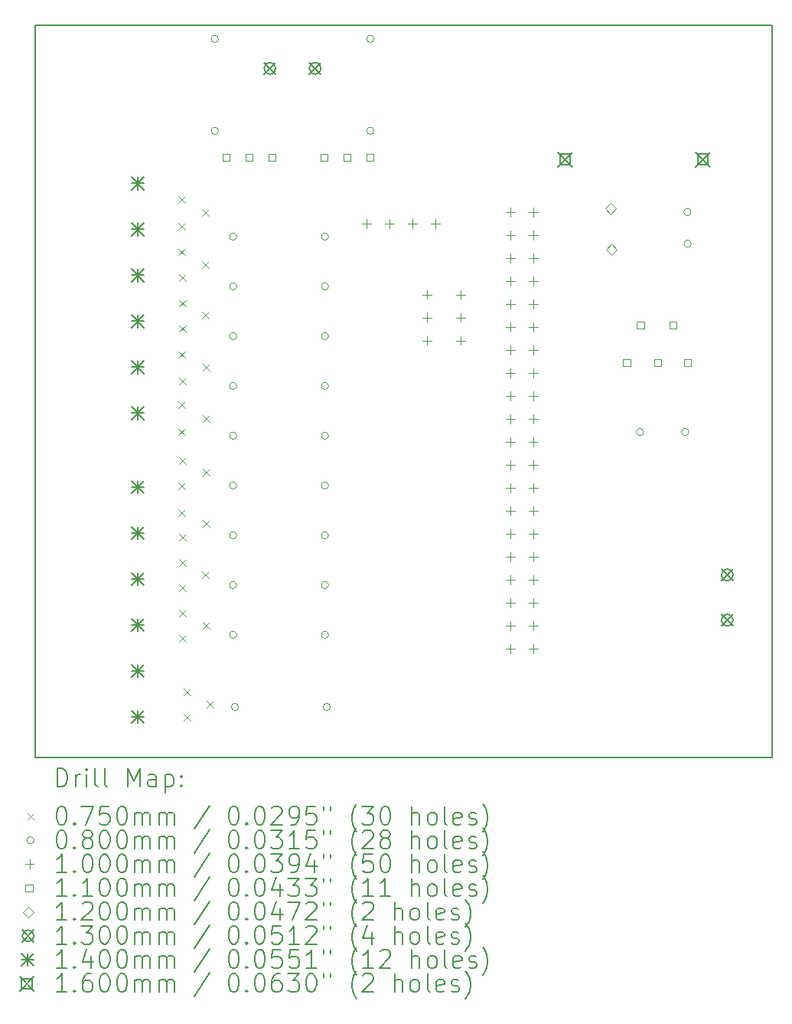
<source format=gbr>
%TF.GenerationSoftware,KiCad,Pcbnew,6.0.11-2627ca5db0~126~ubuntu20.04.1*%
%TF.CreationDate,2023-07-28T13:12:42-03:00*%
%TF.ProjectId,PEF,5045462e-6b69-4636-9164-5f7063625858,rev?*%
%TF.SameCoordinates,Original*%
%TF.FileFunction,Drillmap*%
%TF.FilePolarity,Positive*%
%FSLAX45Y45*%
G04 Gerber Fmt 4.5, Leading zero omitted, Abs format (unit mm)*
G04 Created by KiCad (PCBNEW 6.0.11-2627ca5db0~126~ubuntu20.04.1) date 2023-07-28 13:12:42*
%MOMM*%
%LPD*%
G01*
G04 APERTURE LIST*
%ADD10C,0.200000*%
%ADD11C,0.075000*%
%ADD12C,0.080000*%
%ADD13C,0.100000*%
%ADD14C,0.110000*%
%ADD15C,0.120000*%
%ADD16C,0.130000*%
%ADD17C,0.140000*%
%ADD18C,0.160000*%
G04 APERTURE END LIST*
D10*
X1240000Y-1240000D02*
X9400000Y-1240000D01*
X9400000Y-1240000D02*
X9400000Y-9340000D01*
X9400000Y-9340000D02*
X1240000Y-9340000D01*
X1240000Y-9340000D02*
X1240000Y-1240000D01*
D11*
X2826500Y-3135500D02*
X2901500Y-3210500D01*
X2901500Y-3135500D02*
X2826500Y-3210500D01*
X2826500Y-3425500D02*
X2901500Y-3500500D01*
X2901500Y-3425500D02*
X2826500Y-3500500D01*
X2826500Y-3712500D02*
X2901500Y-3787500D01*
X2901500Y-3712500D02*
X2826500Y-3787500D01*
X2826500Y-4846500D02*
X2901500Y-4921500D01*
X2901500Y-4846500D02*
X2826500Y-4921500D01*
X2826500Y-5402500D02*
X2901500Y-5477500D01*
X2901500Y-5402500D02*
X2826500Y-5477500D01*
X2826500Y-5702500D02*
X2901500Y-5777500D01*
X2901500Y-5702500D02*
X2826500Y-5777500D01*
X2826500Y-6298500D02*
X2901500Y-6373500D01*
X2901500Y-6298500D02*
X2826500Y-6373500D01*
X2826500Y-6595500D02*
X2901500Y-6670500D01*
X2901500Y-6595500D02*
X2826500Y-6670500D01*
X2836500Y-3992500D02*
X2911500Y-4067500D01*
X2911500Y-3992500D02*
X2836500Y-4067500D01*
X2836500Y-4279500D02*
X2911500Y-4354500D01*
X2911500Y-4279500D02*
X2836500Y-4354500D01*
X2836500Y-4559500D02*
X2911500Y-4634500D01*
X2911500Y-4559500D02*
X2836500Y-4634500D01*
X2836500Y-5136500D02*
X2911500Y-5211500D01*
X2911500Y-5136500D02*
X2836500Y-5211500D01*
X2836500Y-6018500D02*
X2911500Y-6093500D01*
X2911500Y-6018500D02*
X2836500Y-6093500D01*
X2836500Y-6865500D02*
X2911500Y-6940500D01*
X2911500Y-6865500D02*
X2836500Y-6940500D01*
X2836500Y-7145500D02*
X2911500Y-7220500D01*
X2911500Y-7145500D02*
X2836500Y-7220500D01*
X2836500Y-7425500D02*
X2911500Y-7500500D01*
X2911500Y-7425500D02*
X2836500Y-7500500D01*
X2836500Y-7705500D02*
X2911500Y-7780500D01*
X2911500Y-7705500D02*
X2836500Y-7780500D01*
X2836500Y-7985500D02*
X2911500Y-8060500D01*
X2911500Y-7985500D02*
X2836500Y-8060500D01*
X2882500Y-8574500D02*
X2957500Y-8649500D01*
X2957500Y-8574500D02*
X2882500Y-8649500D01*
X2882500Y-8854500D02*
X2957500Y-8929500D01*
X2957500Y-8854500D02*
X2882500Y-8929500D01*
X3086500Y-3275500D02*
X3161500Y-3350500D01*
X3161500Y-3275500D02*
X3086500Y-3350500D01*
X3086500Y-3852500D02*
X3161500Y-3927500D01*
X3161500Y-3852500D02*
X3086500Y-3927500D01*
X3086500Y-4409500D02*
X3161500Y-4484500D01*
X3161500Y-4409500D02*
X3086500Y-4484500D01*
X3086500Y-7282500D02*
X3161500Y-7357500D01*
X3161500Y-7282500D02*
X3086500Y-7357500D01*
X3096500Y-4986500D02*
X3171500Y-5061500D01*
X3171500Y-4986500D02*
X3096500Y-5061500D01*
X3096500Y-5552500D02*
X3171500Y-5627500D01*
X3171500Y-5552500D02*
X3096500Y-5627500D01*
X3096500Y-6148500D02*
X3171500Y-6223500D01*
X3171500Y-6148500D02*
X3096500Y-6223500D01*
X3096500Y-6715500D02*
X3171500Y-6790500D01*
X3171500Y-6715500D02*
X3096500Y-6790500D01*
X3096500Y-7842500D02*
X3171500Y-7917500D01*
X3171500Y-7842500D02*
X3096500Y-7917500D01*
X3142500Y-8714500D02*
X3217500Y-8789500D01*
X3217500Y-8714500D02*
X3142500Y-8789500D01*
D12*
X3270000Y-1394000D02*
G75*
G03*
X3270000Y-1394000I-40000J0D01*
G01*
X3270000Y-2410000D02*
G75*
G03*
X3270000Y-2410000I-40000J0D01*
G01*
X3472000Y-3580000D02*
G75*
G03*
X3472000Y-3580000I-40000J0D01*
G01*
X3472000Y-4130375D02*
G75*
G03*
X3472000Y-4130375I-40000J0D01*
G01*
X3472000Y-4680750D02*
G75*
G03*
X3472000Y-4680750I-40000J0D01*
G01*
X3472000Y-5231125D02*
G75*
G03*
X3472000Y-5231125I-40000J0D01*
G01*
X3472000Y-5781500D02*
G75*
G03*
X3472000Y-5781500I-40000J0D01*
G01*
X3472000Y-6331875D02*
G75*
G03*
X3472000Y-6331875I-40000J0D01*
G01*
X3472000Y-6882250D02*
G75*
G03*
X3472000Y-6882250I-40000J0D01*
G01*
X3472000Y-7432625D02*
G75*
G03*
X3472000Y-7432625I-40000J0D01*
G01*
X3472000Y-7983000D02*
G75*
G03*
X3472000Y-7983000I-40000J0D01*
G01*
X3492000Y-8780000D02*
G75*
G03*
X3492000Y-8780000I-40000J0D01*
G01*
X4488000Y-3580000D02*
G75*
G03*
X4488000Y-3580000I-40000J0D01*
G01*
X4488000Y-4130375D02*
G75*
G03*
X4488000Y-4130375I-40000J0D01*
G01*
X4488000Y-4680750D02*
G75*
G03*
X4488000Y-4680750I-40000J0D01*
G01*
X4488000Y-5231125D02*
G75*
G03*
X4488000Y-5231125I-40000J0D01*
G01*
X4488000Y-5781500D02*
G75*
G03*
X4488000Y-5781500I-40000J0D01*
G01*
X4488000Y-6331875D02*
G75*
G03*
X4488000Y-6331875I-40000J0D01*
G01*
X4488000Y-6882250D02*
G75*
G03*
X4488000Y-6882250I-40000J0D01*
G01*
X4488000Y-7432625D02*
G75*
G03*
X4488000Y-7432625I-40000J0D01*
G01*
X4488000Y-7983000D02*
G75*
G03*
X4488000Y-7983000I-40000J0D01*
G01*
X4508000Y-8780000D02*
G75*
G03*
X4508000Y-8780000I-40000J0D01*
G01*
X4990000Y-1394000D02*
G75*
G03*
X4990000Y-1394000I-40000J0D01*
G01*
X4990000Y-2410000D02*
G75*
G03*
X4990000Y-2410000I-40000J0D01*
G01*
X7974000Y-5740000D02*
G75*
G03*
X7974000Y-5740000I-40000J0D01*
G01*
X8474000Y-5740000D02*
G75*
G03*
X8474000Y-5740000I-40000J0D01*
G01*
X8500000Y-3309000D02*
G75*
G03*
X8500000Y-3309000I-40000J0D01*
G01*
X8500000Y-3659000D02*
G75*
G03*
X8500000Y-3659000I-40000J0D01*
G01*
D13*
X4905500Y-3390000D02*
X4905500Y-3490000D01*
X4855500Y-3440000D02*
X4955500Y-3440000D01*
X5159500Y-3390000D02*
X5159500Y-3490000D01*
X5109500Y-3440000D02*
X5209500Y-3440000D01*
X5413500Y-3390000D02*
X5413500Y-3490000D01*
X5363500Y-3440000D02*
X5463500Y-3440000D01*
X5579500Y-4170000D02*
X5579500Y-4270000D01*
X5529500Y-4220000D02*
X5629500Y-4220000D01*
X5579500Y-4424000D02*
X5579500Y-4524000D01*
X5529500Y-4474000D02*
X5629500Y-4474000D01*
X5579500Y-4678000D02*
X5579500Y-4778000D01*
X5529500Y-4728000D02*
X5629500Y-4728000D01*
X5667500Y-3390000D02*
X5667500Y-3490000D01*
X5617500Y-3440000D02*
X5717500Y-3440000D01*
X5947500Y-4170000D02*
X5947500Y-4270000D01*
X5897500Y-4220000D02*
X5997500Y-4220000D01*
X5947500Y-4424000D02*
X5947500Y-4524000D01*
X5897500Y-4474000D02*
X5997500Y-4474000D01*
X5947500Y-4678000D02*
X5947500Y-4778000D01*
X5897500Y-4728000D02*
X5997500Y-4728000D01*
X6500000Y-3257500D02*
X6500000Y-3357500D01*
X6450000Y-3307500D02*
X6550000Y-3307500D01*
X6500000Y-3511500D02*
X6500000Y-3611500D01*
X6450000Y-3561500D02*
X6550000Y-3561500D01*
X6500000Y-3765500D02*
X6500000Y-3865500D01*
X6450000Y-3815500D02*
X6550000Y-3815500D01*
X6500000Y-4019500D02*
X6500000Y-4119500D01*
X6450000Y-4069500D02*
X6550000Y-4069500D01*
X6500000Y-4273500D02*
X6500000Y-4373500D01*
X6450000Y-4323500D02*
X6550000Y-4323500D01*
X6500000Y-4527500D02*
X6500000Y-4627500D01*
X6450000Y-4577500D02*
X6550000Y-4577500D01*
X6500000Y-4781500D02*
X6500000Y-4881500D01*
X6450000Y-4831500D02*
X6550000Y-4831500D01*
X6500000Y-5035500D02*
X6500000Y-5135500D01*
X6450000Y-5085500D02*
X6550000Y-5085500D01*
X6500000Y-5289500D02*
X6500000Y-5389500D01*
X6450000Y-5339500D02*
X6550000Y-5339500D01*
X6500000Y-5543500D02*
X6500000Y-5643500D01*
X6450000Y-5593500D02*
X6550000Y-5593500D01*
X6500000Y-5797500D02*
X6500000Y-5897500D01*
X6450000Y-5847500D02*
X6550000Y-5847500D01*
X6500000Y-6051500D02*
X6500000Y-6151500D01*
X6450000Y-6101500D02*
X6550000Y-6101500D01*
X6500000Y-6305500D02*
X6500000Y-6405500D01*
X6450000Y-6355500D02*
X6550000Y-6355500D01*
X6500000Y-6559500D02*
X6500000Y-6659500D01*
X6450000Y-6609500D02*
X6550000Y-6609500D01*
X6500000Y-6813500D02*
X6500000Y-6913500D01*
X6450000Y-6863500D02*
X6550000Y-6863500D01*
X6500000Y-7067500D02*
X6500000Y-7167500D01*
X6450000Y-7117500D02*
X6550000Y-7117500D01*
X6500000Y-7321500D02*
X6500000Y-7421500D01*
X6450000Y-7371500D02*
X6550000Y-7371500D01*
X6500000Y-7575500D02*
X6500000Y-7675500D01*
X6450000Y-7625500D02*
X6550000Y-7625500D01*
X6500000Y-7829500D02*
X6500000Y-7929500D01*
X6450000Y-7879500D02*
X6550000Y-7879500D01*
X6500000Y-8083500D02*
X6500000Y-8183500D01*
X6450000Y-8133500D02*
X6550000Y-8133500D01*
X6754000Y-3257500D02*
X6754000Y-3357500D01*
X6704000Y-3307500D02*
X6804000Y-3307500D01*
X6754000Y-3511500D02*
X6754000Y-3611500D01*
X6704000Y-3561500D02*
X6804000Y-3561500D01*
X6754000Y-3765500D02*
X6754000Y-3865500D01*
X6704000Y-3815500D02*
X6804000Y-3815500D01*
X6754000Y-4019500D02*
X6754000Y-4119500D01*
X6704000Y-4069500D02*
X6804000Y-4069500D01*
X6754000Y-4273500D02*
X6754000Y-4373500D01*
X6704000Y-4323500D02*
X6804000Y-4323500D01*
X6754000Y-4527500D02*
X6754000Y-4627500D01*
X6704000Y-4577500D02*
X6804000Y-4577500D01*
X6754000Y-4781500D02*
X6754000Y-4881500D01*
X6704000Y-4831500D02*
X6804000Y-4831500D01*
X6754000Y-5035500D02*
X6754000Y-5135500D01*
X6704000Y-5085500D02*
X6804000Y-5085500D01*
X6754000Y-5289500D02*
X6754000Y-5389500D01*
X6704000Y-5339500D02*
X6804000Y-5339500D01*
X6754000Y-5543500D02*
X6754000Y-5643500D01*
X6704000Y-5593500D02*
X6804000Y-5593500D01*
X6754000Y-5797500D02*
X6754000Y-5897500D01*
X6704000Y-5847500D02*
X6804000Y-5847500D01*
X6754000Y-6051500D02*
X6754000Y-6151500D01*
X6704000Y-6101500D02*
X6804000Y-6101500D01*
X6754000Y-6305500D02*
X6754000Y-6405500D01*
X6704000Y-6355500D02*
X6804000Y-6355500D01*
X6754000Y-6559500D02*
X6754000Y-6659500D01*
X6704000Y-6609500D02*
X6804000Y-6609500D01*
X6754000Y-6813500D02*
X6754000Y-6913500D01*
X6704000Y-6863500D02*
X6804000Y-6863500D01*
X6754000Y-7067500D02*
X6754000Y-7167500D01*
X6704000Y-7117500D02*
X6804000Y-7117500D01*
X6754000Y-7321500D02*
X6754000Y-7421500D01*
X6704000Y-7371500D02*
X6804000Y-7371500D01*
X6754000Y-7575500D02*
X6754000Y-7675500D01*
X6704000Y-7625500D02*
X6804000Y-7625500D01*
X6754000Y-7829500D02*
X6754000Y-7929500D01*
X6704000Y-7879500D02*
X6804000Y-7879500D01*
X6754000Y-8083500D02*
X6754000Y-8183500D01*
X6704000Y-8133500D02*
X6804000Y-8133500D01*
D14*
X3394891Y-2744391D02*
X3394891Y-2666609D01*
X3317109Y-2666609D01*
X3317109Y-2744391D01*
X3394891Y-2744391D01*
X3648891Y-2744391D02*
X3648891Y-2666609D01*
X3571109Y-2666609D01*
X3571109Y-2744391D01*
X3648891Y-2744391D01*
X3902891Y-2744391D02*
X3902891Y-2666609D01*
X3825109Y-2666609D01*
X3825109Y-2744391D01*
X3902891Y-2744391D01*
X4474891Y-2744391D02*
X4474891Y-2666609D01*
X4397109Y-2666609D01*
X4397109Y-2744391D01*
X4474891Y-2744391D01*
X4728891Y-2744391D02*
X4728891Y-2666609D01*
X4651109Y-2666609D01*
X4651109Y-2744391D01*
X4728891Y-2744391D01*
X4982891Y-2744391D02*
X4982891Y-2666609D01*
X4905109Y-2666609D01*
X4905109Y-2744391D01*
X4982891Y-2744391D01*
X7826891Y-5008891D02*
X7826891Y-4931109D01*
X7749109Y-4931109D01*
X7749109Y-5008891D01*
X7826891Y-5008891D01*
X7979391Y-4596391D02*
X7979391Y-4518609D01*
X7901609Y-4518609D01*
X7901609Y-4596391D01*
X7979391Y-4596391D01*
X8166891Y-5008891D02*
X8166891Y-4931109D01*
X8089109Y-4931109D01*
X8089109Y-5008891D01*
X8166891Y-5008891D01*
X8341891Y-4596391D02*
X8341891Y-4518609D01*
X8264109Y-4518609D01*
X8264109Y-4596391D01*
X8341891Y-4596391D01*
X8501891Y-5008891D02*
X8501891Y-4931109D01*
X8424109Y-4931109D01*
X8424109Y-5008891D01*
X8501891Y-5008891D01*
D15*
X7607000Y-3331000D02*
X7667000Y-3271000D01*
X7607000Y-3211000D01*
X7547000Y-3271000D01*
X7607000Y-3331000D01*
X7617000Y-3781000D02*
X7677000Y-3721000D01*
X7617000Y-3661000D01*
X7557000Y-3721000D01*
X7617000Y-3781000D01*
D16*
X3775000Y-1654500D02*
X3905000Y-1784500D01*
X3905000Y-1654500D02*
X3775000Y-1784500D01*
X3905000Y-1719500D02*
G75*
G03*
X3905000Y-1719500I-65000J0D01*
G01*
X4275000Y-1654500D02*
X4405000Y-1784500D01*
X4405000Y-1654500D02*
X4275000Y-1784500D01*
X4405000Y-1719500D02*
G75*
G03*
X4405000Y-1719500I-65000J0D01*
G01*
X8835000Y-7255000D02*
X8965000Y-7385000D01*
X8965000Y-7255000D02*
X8835000Y-7385000D01*
X8965000Y-7320000D02*
G75*
G03*
X8965000Y-7320000I-65000J0D01*
G01*
X8835000Y-7755000D02*
X8965000Y-7885000D01*
X8965000Y-7755000D02*
X8835000Y-7885000D01*
X8965000Y-7820000D02*
G75*
G03*
X8965000Y-7820000I-65000J0D01*
G01*
D17*
X2307750Y-2920000D02*
X2447750Y-3060000D01*
X2447750Y-2920000D02*
X2307750Y-3060000D01*
X2377750Y-2920000D02*
X2377750Y-3060000D01*
X2307750Y-2990000D02*
X2447750Y-2990000D01*
X2307750Y-3428000D02*
X2447750Y-3568000D01*
X2447750Y-3428000D02*
X2307750Y-3568000D01*
X2377750Y-3428000D02*
X2377750Y-3568000D01*
X2307750Y-3498000D02*
X2447750Y-3498000D01*
X2307750Y-3936000D02*
X2447750Y-4076000D01*
X2447750Y-3936000D02*
X2307750Y-4076000D01*
X2377750Y-3936000D02*
X2377750Y-4076000D01*
X2307750Y-4006000D02*
X2447750Y-4006000D01*
X2307750Y-4444000D02*
X2447750Y-4584000D01*
X2447750Y-4444000D02*
X2307750Y-4584000D01*
X2377750Y-4444000D02*
X2377750Y-4584000D01*
X2307750Y-4514000D02*
X2447750Y-4514000D01*
X2307750Y-4952000D02*
X2447750Y-5092000D01*
X2447750Y-4952000D02*
X2307750Y-5092000D01*
X2377750Y-4952000D02*
X2377750Y-5092000D01*
X2307750Y-5022000D02*
X2447750Y-5022000D01*
X2307750Y-5460000D02*
X2447750Y-5600000D01*
X2447750Y-5460000D02*
X2307750Y-5600000D01*
X2377750Y-5460000D02*
X2377750Y-5600000D01*
X2307750Y-5530000D02*
X2447750Y-5530000D01*
X2307750Y-6280000D02*
X2447750Y-6420000D01*
X2447750Y-6280000D02*
X2307750Y-6420000D01*
X2377750Y-6280000D02*
X2377750Y-6420000D01*
X2307750Y-6350000D02*
X2447750Y-6350000D01*
X2307750Y-6788000D02*
X2447750Y-6928000D01*
X2447750Y-6788000D02*
X2307750Y-6928000D01*
X2377750Y-6788000D02*
X2377750Y-6928000D01*
X2307750Y-6858000D02*
X2447750Y-6858000D01*
X2307750Y-7296000D02*
X2447750Y-7436000D01*
X2447750Y-7296000D02*
X2307750Y-7436000D01*
X2377750Y-7296000D02*
X2377750Y-7436000D01*
X2307750Y-7366000D02*
X2447750Y-7366000D01*
X2307750Y-7804000D02*
X2447750Y-7944000D01*
X2447750Y-7804000D02*
X2307750Y-7944000D01*
X2377750Y-7804000D02*
X2377750Y-7944000D01*
X2307750Y-7874000D02*
X2447750Y-7874000D01*
X2307750Y-8312000D02*
X2447750Y-8452000D01*
X2447750Y-8312000D02*
X2307750Y-8452000D01*
X2377750Y-8312000D02*
X2377750Y-8452000D01*
X2307750Y-8382000D02*
X2447750Y-8382000D01*
X2307750Y-8820000D02*
X2447750Y-8960000D01*
X2447750Y-8820000D02*
X2307750Y-8960000D01*
X2377750Y-8820000D02*
X2377750Y-8960000D01*
X2307750Y-8890000D02*
X2447750Y-8890000D01*
D18*
X7024000Y-2647000D02*
X7184000Y-2807000D01*
X7184000Y-2647000D02*
X7024000Y-2807000D01*
X7160569Y-2783569D02*
X7160569Y-2670431D01*
X7047431Y-2670431D01*
X7047431Y-2783569D01*
X7160569Y-2783569D01*
X8548000Y-2647000D02*
X8708000Y-2807000D01*
X8708000Y-2647000D02*
X8548000Y-2807000D01*
X8684569Y-2783569D02*
X8684569Y-2670431D01*
X8571431Y-2670431D01*
X8571431Y-2783569D01*
X8684569Y-2783569D01*
D10*
X1487619Y-9660476D02*
X1487619Y-9460476D01*
X1535238Y-9460476D01*
X1563809Y-9470000D01*
X1582857Y-9489048D01*
X1592381Y-9508095D01*
X1601905Y-9546190D01*
X1601905Y-9574762D01*
X1592381Y-9612857D01*
X1582857Y-9631905D01*
X1563809Y-9650952D01*
X1535238Y-9660476D01*
X1487619Y-9660476D01*
X1687619Y-9660476D02*
X1687619Y-9527143D01*
X1687619Y-9565238D02*
X1697143Y-9546190D01*
X1706667Y-9536667D01*
X1725714Y-9527143D01*
X1744762Y-9527143D01*
X1811428Y-9660476D02*
X1811428Y-9527143D01*
X1811428Y-9460476D02*
X1801905Y-9470000D01*
X1811428Y-9479524D01*
X1820952Y-9470000D01*
X1811428Y-9460476D01*
X1811428Y-9479524D01*
X1935238Y-9660476D02*
X1916190Y-9650952D01*
X1906667Y-9631905D01*
X1906667Y-9460476D01*
X2040000Y-9660476D02*
X2020952Y-9650952D01*
X2011428Y-9631905D01*
X2011428Y-9460476D01*
X2268571Y-9660476D02*
X2268571Y-9460476D01*
X2335238Y-9603333D01*
X2401905Y-9460476D01*
X2401905Y-9660476D01*
X2582857Y-9660476D02*
X2582857Y-9555714D01*
X2573333Y-9536667D01*
X2554286Y-9527143D01*
X2516190Y-9527143D01*
X2497143Y-9536667D01*
X2582857Y-9650952D02*
X2563810Y-9660476D01*
X2516190Y-9660476D01*
X2497143Y-9650952D01*
X2487619Y-9631905D01*
X2487619Y-9612857D01*
X2497143Y-9593810D01*
X2516190Y-9584286D01*
X2563810Y-9584286D01*
X2582857Y-9574762D01*
X2678095Y-9527143D02*
X2678095Y-9727143D01*
X2678095Y-9536667D02*
X2697143Y-9527143D01*
X2735238Y-9527143D01*
X2754286Y-9536667D01*
X2763810Y-9546190D01*
X2773333Y-9565238D01*
X2773333Y-9622381D01*
X2763810Y-9641429D01*
X2754286Y-9650952D01*
X2735238Y-9660476D01*
X2697143Y-9660476D01*
X2678095Y-9650952D01*
X2859048Y-9641429D02*
X2868571Y-9650952D01*
X2859048Y-9660476D01*
X2849524Y-9650952D01*
X2859048Y-9641429D01*
X2859048Y-9660476D01*
X2859048Y-9536667D02*
X2868571Y-9546190D01*
X2859048Y-9555714D01*
X2849524Y-9546190D01*
X2859048Y-9536667D01*
X2859048Y-9555714D01*
D11*
X1155000Y-9952500D02*
X1230000Y-10027500D01*
X1230000Y-9952500D02*
X1155000Y-10027500D01*
D10*
X1525714Y-9880476D02*
X1544762Y-9880476D01*
X1563809Y-9890000D01*
X1573333Y-9899524D01*
X1582857Y-9918571D01*
X1592381Y-9956667D01*
X1592381Y-10004286D01*
X1582857Y-10042381D01*
X1573333Y-10061429D01*
X1563809Y-10070952D01*
X1544762Y-10080476D01*
X1525714Y-10080476D01*
X1506667Y-10070952D01*
X1497143Y-10061429D01*
X1487619Y-10042381D01*
X1478095Y-10004286D01*
X1478095Y-9956667D01*
X1487619Y-9918571D01*
X1497143Y-9899524D01*
X1506667Y-9890000D01*
X1525714Y-9880476D01*
X1678095Y-10061429D02*
X1687619Y-10070952D01*
X1678095Y-10080476D01*
X1668571Y-10070952D01*
X1678095Y-10061429D01*
X1678095Y-10080476D01*
X1754286Y-9880476D02*
X1887619Y-9880476D01*
X1801905Y-10080476D01*
X2059048Y-9880476D02*
X1963809Y-9880476D01*
X1954286Y-9975714D01*
X1963809Y-9966190D01*
X1982857Y-9956667D01*
X2030476Y-9956667D01*
X2049524Y-9966190D01*
X2059048Y-9975714D01*
X2068571Y-9994762D01*
X2068571Y-10042381D01*
X2059048Y-10061429D01*
X2049524Y-10070952D01*
X2030476Y-10080476D01*
X1982857Y-10080476D01*
X1963809Y-10070952D01*
X1954286Y-10061429D01*
X2192381Y-9880476D02*
X2211429Y-9880476D01*
X2230476Y-9890000D01*
X2240000Y-9899524D01*
X2249524Y-9918571D01*
X2259048Y-9956667D01*
X2259048Y-10004286D01*
X2249524Y-10042381D01*
X2240000Y-10061429D01*
X2230476Y-10070952D01*
X2211429Y-10080476D01*
X2192381Y-10080476D01*
X2173333Y-10070952D01*
X2163810Y-10061429D01*
X2154286Y-10042381D01*
X2144762Y-10004286D01*
X2144762Y-9956667D01*
X2154286Y-9918571D01*
X2163810Y-9899524D01*
X2173333Y-9890000D01*
X2192381Y-9880476D01*
X2344762Y-10080476D02*
X2344762Y-9947143D01*
X2344762Y-9966190D02*
X2354286Y-9956667D01*
X2373333Y-9947143D01*
X2401905Y-9947143D01*
X2420952Y-9956667D01*
X2430476Y-9975714D01*
X2430476Y-10080476D01*
X2430476Y-9975714D02*
X2440000Y-9956667D01*
X2459048Y-9947143D01*
X2487619Y-9947143D01*
X2506667Y-9956667D01*
X2516190Y-9975714D01*
X2516190Y-10080476D01*
X2611429Y-10080476D02*
X2611429Y-9947143D01*
X2611429Y-9966190D02*
X2620952Y-9956667D01*
X2640000Y-9947143D01*
X2668571Y-9947143D01*
X2687619Y-9956667D01*
X2697143Y-9975714D01*
X2697143Y-10080476D01*
X2697143Y-9975714D02*
X2706667Y-9956667D01*
X2725714Y-9947143D01*
X2754286Y-9947143D01*
X2773333Y-9956667D01*
X2782857Y-9975714D01*
X2782857Y-10080476D01*
X3173333Y-9870952D02*
X3001905Y-10128095D01*
X3430476Y-9880476D02*
X3449524Y-9880476D01*
X3468571Y-9890000D01*
X3478095Y-9899524D01*
X3487619Y-9918571D01*
X3497143Y-9956667D01*
X3497143Y-10004286D01*
X3487619Y-10042381D01*
X3478095Y-10061429D01*
X3468571Y-10070952D01*
X3449524Y-10080476D01*
X3430476Y-10080476D01*
X3411428Y-10070952D01*
X3401905Y-10061429D01*
X3392381Y-10042381D01*
X3382857Y-10004286D01*
X3382857Y-9956667D01*
X3392381Y-9918571D01*
X3401905Y-9899524D01*
X3411428Y-9890000D01*
X3430476Y-9880476D01*
X3582857Y-10061429D02*
X3592381Y-10070952D01*
X3582857Y-10080476D01*
X3573333Y-10070952D01*
X3582857Y-10061429D01*
X3582857Y-10080476D01*
X3716190Y-9880476D02*
X3735238Y-9880476D01*
X3754286Y-9890000D01*
X3763809Y-9899524D01*
X3773333Y-9918571D01*
X3782857Y-9956667D01*
X3782857Y-10004286D01*
X3773333Y-10042381D01*
X3763809Y-10061429D01*
X3754286Y-10070952D01*
X3735238Y-10080476D01*
X3716190Y-10080476D01*
X3697143Y-10070952D01*
X3687619Y-10061429D01*
X3678095Y-10042381D01*
X3668571Y-10004286D01*
X3668571Y-9956667D01*
X3678095Y-9918571D01*
X3687619Y-9899524D01*
X3697143Y-9890000D01*
X3716190Y-9880476D01*
X3859048Y-9899524D02*
X3868571Y-9890000D01*
X3887619Y-9880476D01*
X3935238Y-9880476D01*
X3954286Y-9890000D01*
X3963809Y-9899524D01*
X3973333Y-9918571D01*
X3973333Y-9937619D01*
X3963809Y-9966190D01*
X3849524Y-10080476D01*
X3973333Y-10080476D01*
X4068571Y-10080476D02*
X4106667Y-10080476D01*
X4125714Y-10070952D01*
X4135238Y-10061429D01*
X4154286Y-10032857D01*
X4163809Y-9994762D01*
X4163809Y-9918571D01*
X4154286Y-9899524D01*
X4144762Y-9890000D01*
X4125714Y-9880476D01*
X4087619Y-9880476D01*
X4068571Y-9890000D01*
X4059048Y-9899524D01*
X4049524Y-9918571D01*
X4049524Y-9966190D01*
X4059048Y-9985238D01*
X4068571Y-9994762D01*
X4087619Y-10004286D01*
X4125714Y-10004286D01*
X4144762Y-9994762D01*
X4154286Y-9985238D01*
X4163809Y-9966190D01*
X4344762Y-9880476D02*
X4249524Y-9880476D01*
X4240000Y-9975714D01*
X4249524Y-9966190D01*
X4268571Y-9956667D01*
X4316190Y-9956667D01*
X4335238Y-9966190D01*
X4344762Y-9975714D01*
X4354286Y-9994762D01*
X4354286Y-10042381D01*
X4344762Y-10061429D01*
X4335238Y-10070952D01*
X4316190Y-10080476D01*
X4268571Y-10080476D01*
X4249524Y-10070952D01*
X4240000Y-10061429D01*
X4430476Y-9880476D02*
X4430476Y-9918571D01*
X4506667Y-9880476D02*
X4506667Y-9918571D01*
X4801905Y-10156667D02*
X4792381Y-10147143D01*
X4773333Y-10118571D01*
X4763810Y-10099524D01*
X4754286Y-10070952D01*
X4744762Y-10023333D01*
X4744762Y-9985238D01*
X4754286Y-9937619D01*
X4763810Y-9909048D01*
X4773333Y-9890000D01*
X4792381Y-9861429D01*
X4801905Y-9851905D01*
X4859048Y-9880476D02*
X4982857Y-9880476D01*
X4916190Y-9956667D01*
X4944762Y-9956667D01*
X4963810Y-9966190D01*
X4973333Y-9975714D01*
X4982857Y-9994762D01*
X4982857Y-10042381D01*
X4973333Y-10061429D01*
X4963810Y-10070952D01*
X4944762Y-10080476D01*
X4887619Y-10080476D01*
X4868571Y-10070952D01*
X4859048Y-10061429D01*
X5106667Y-9880476D02*
X5125714Y-9880476D01*
X5144762Y-9890000D01*
X5154286Y-9899524D01*
X5163810Y-9918571D01*
X5173333Y-9956667D01*
X5173333Y-10004286D01*
X5163810Y-10042381D01*
X5154286Y-10061429D01*
X5144762Y-10070952D01*
X5125714Y-10080476D01*
X5106667Y-10080476D01*
X5087619Y-10070952D01*
X5078095Y-10061429D01*
X5068571Y-10042381D01*
X5059048Y-10004286D01*
X5059048Y-9956667D01*
X5068571Y-9918571D01*
X5078095Y-9899524D01*
X5087619Y-9890000D01*
X5106667Y-9880476D01*
X5411429Y-10080476D02*
X5411429Y-9880476D01*
X5497143Y-10080476D02*
X5497143Y-9975714D01*
X5487619Y-9956667D01*
X5468571Y-9947143D01*
X5440000Y-9947143D01*
X5420952Y-9956667D01*
X5411429Y-9966190D01*
X5620952Y-10080476D02*
X5601905Y-10070952D01*
X5592381Y-10061429D01*
X5582857Y-10042381D01*
X5582857Y-9985238D01*
X5592381Y-9966190D01*
X5601905Y-9956667D01*
X5620952Y-9947143D01*
X5649524Y-9947143D01*
X5668571Y-9956667D01*
X5678095Y-9966190D01*
X5687619Y-9985238D01*
X5687619Y-10042381D01*
X5678095Y-10061429D01*
X5668571Y-10070952D01*
X5649524Y-10080476D01*
X5620952Y-10080476D01*
X5801905Y-10080476D02*
X5782857Y-10070952D01*
X5773333Y-10051905D01*
X5773333Y-9880476D01*
X5954286Y-10070952D02*
X5935238Y-10080476D01*
X5897143Y-10080476D01*
X5878095Y-10070952D01*
X5868571Y-10051905D01*
X5868571Y-9975714D01*
X5878095Y-9956667D01*
X5897143Y-9947143D01*
X5935238Y-9947143D01*
X5954286Y-9956667D01*
X5963809Y-9975714D01*
X5963809Y-9994762D01*
X5868571Y-10013810D01*
X6040000Y-10070952D02*
X6059048Y-10080476D01*
X6097143Y-10080476D01*
X6116190Y-10070952D01*
X6125714Y-10051905D01*
X6125714Y-10042381D01*
X6116190Y-10023333D01*
X6097143Y-10013810D01*
X6068571Y-10013810D01*
X6049524Y-10004286D01*
X6040000Y-9985238D01*
X6040000Y-9975714D01*
X6049524Y-9956667D01*
X6068571Y-9947143D01*
X6097143Y-9947143D01*
X6116190Y-9956667D01*
X6192381Y-10156667D02*
X6201905Y-10147143D01*
X6220952Y-10118571D01*
X6230476Y-10099524D01*
X6240000Y-10070952D01*
X6249524Y-10023333D01*
X6249524Y-9985238D01*
X6240000Y-9937619D01*
X6230476Y-9909048D01*
X6220952Y-9890000D01*
X6201905Y-9861429D01*
X6192381Y-9851905D01*
D12*
X1230000Y-10254000D02*
G75*
G03*
X1230000Y-10254000I-40000J0D01*
G01*
D10*
X1525714Y-10144476D02*
X1544762Y-10144476D01*
X1563809Y-10154000D01*
X1573333Y-10163524D01*
X1582857Y-10182571D01*
X1592381Y-10220667D01*
X1592381Y-10268286D01*
X1582857Y-10306381D01*
X1573333Y-10325429D01*
X1563809Y-10334952D01*
X1544762Y-10344476D01*
X1525714Y-10344476D01*
X1506667Y-10334952D01*
X1497143Y-10325429D01*
X1487619Y-10306381D01*
X1478095Y-10268286D01*
X1478095Y-10220667D01*
X1487619Y-10182571D01*
X1497143Y-10163524D01*
X1506667Y-10154000D01*
X1525714Y-10144476D01*
X1678095Y-10325429D02*
X1687619Y-10334952D01*
X1678095Y-10344476D01*
X1668571Y-10334952D01*
X1678095Y-10325429D01*
X1678095Y-10344476D01*
X1801905Y-10230190D02*
X1782857Y-10220667D01*
X1773333Y-10211143D01*
X1763809Y-10192095D01*
X1763809Y-10182571D01*
X1773333Y-10163524D01*
X1782857Y-10154000D01*
X1801905Y-10144476D01*
X1840000Y-10144476D01*
X1859048Y-10154000D01*
X1868571Y-10163524D01*
X1878095Y-10182571D01*
X1878095Y-10192095D01*
X1868571Y-10211143D01*
X1859048Y-10220667D01*
X1840000Y-10230190D01*
X1801905Y-10230190D01*
X1782857Y-10239714D01*
X1773333Y-10249238D01*
X1763809Y-10268286D01*
X1763809Y-10306381D01*
X1773333Y-10325429D01*
X1782857Y-10334952D01*
X1801905Y-10344476D01*
X1840000Y-10344476D01*
X1859048Y-10334952D01*
X1868571Y-10325429D01*
X1878095Y-10306381D01*
X1878095Y-10268286D01*
X1868571Y-10249238D01*
X1859048Y-10239714D01*
X1840000Y-10230190D01*
X2001905Y-10144476D02*
X2020952Y-10144476D01*
X2040000Y-10154000D01*
X2049524Y-10163524D01*
X2059048Y-10182571D01*
X2068571Y-10220667D01*
X2068571Y-10268286D01*
X2059048Y-10306381D01*
X2049524Y-10325429D01*
X2040000Y-10334952D01*
X2020952Y-10344476D01*
X2001905Y-10344476D01*
X1982857Y-10334952D01*
X1973333Y-10325429D01*
X1963809Y-10306381D01*
X1954286Y-10268286D01*
X1954286Y-10220667D01*
X1963809Y-10182571D01*
X1973333Y-10163524D01*
X1982857Y-10154000D01*
X2001905Y-10144476D01*
X2192381Y-10144476D02*
X2211429Y-10144476D01*
X2230476Y-10154000D01*
X2240000Y-10163524D01*
X2249524Y-10182571D01*
X2259048Y-10220667D01*
X2259048Y-10268286D01*
X2249524Y-10306381D01*
X2240000Y-10325429D01*
X2230476Y-10334952D01*
X2211429Y-10344476D01*
X2192381Y-10344476D01*
X2173333Y-10334952D01*
X2163810Y-10325429D01*
X2154286Y-10306381D01*
X2144762Y-10268286D01*
X2144762Y-10220667D01*
X2154286Y-10182571D01*
X2163810Y-10163524D01*
X2173333Y-10154000D01*
X2192381Y-10144476D01*
X2344762Y-10344476D02*
X2344762Y-10211143D01*
X2344762Y-10230190D02*
X2354286Y-10220667D01*
X2373333Y-10211143D01*
X2401905Y-10211143D01*
X2420952Y-10220667D01*
X2430476Y-10239714D01*
X2430476Y-10344476D01*
X2430476Y-10239714D02*
X2440000Y-10220667D01*
X2459048Y-10211143D01*
X2487619Y-10211143D01*
X2506667Y-10220667D01*
X2516190Y-10239714D01*
X2516190Y-10344476D01*
X2611429Y-10344476D02*
X2611429Y-10211143D01*
X2611429Y-10230190D02*
X2620952Y-10220667D01*
X2640000Y-10211143D01*
X2668571Y-10211143D01*
X2687619Y-10220667D01*
X2697143Y-10239714D01*
X2697143Y-10344476D01*
X2697143Y-10239714D02*
X2706667Y-10220667D01*
X2725714Y-10211143D01*
X2754286Y-10211143D01*
X2773333Y-10220667D01*
X2782857Y-10239714D01*
X2782857Y-10344476D01*
X3173333Y-10134952D02*
X3001905Y-10392095D01*
X3430476Y-10144476D02*
X3449524Y-10144476D01*
X3468571Y-10154000D01*
X3478095Y-10163524D01*
X3487619Y-10182571D01*
X3497143Y-10220667D01*
X3497143Y-10268286D01*
X3487619Y-10306381D01*
X3478095Y-10325429D01*
X3468571Y-10334952D01*
X3449524Y-10344476D01*
X3430476Y-10344476D01*
X3411428Y-10334952D01*
X3401905Y-10325429D01*
X3392381Y-10306381D01*
X3382857Y-10268286D01*
X3382857Y-10220667D01*
X3392381Y-10182571D01*
X3401905Y-10163524D01*
X3411428Y-10154000D01*
X3430476Y-10144476D01*
X3582857Y-10325429D02*
X3592381Y-10334952D01*
X3582857Y-10344476D01*
X3573333Y-10334952D01*
X3582857Y-10325429D01*
X3582857Y-10344476D01*
X3716190Y-10144476D02*
X3735238Y-10144476D01*
X3754286Y-10154000D01*
X3763809Y-10163524D01*
X3773333Y-10182571D01*
X3782857Y-10220667D01*
X3782857Y-10268286D01*
X3773333Y-10306381D01*
X3763809Y-10325429D01*
X3754286Y-10334952D01*
X3735238Y-10344476D01*
X3716190Y-10344476D01*
X3697143Y-10334952D01*
X3687619Y-10325429D01*
X3678095Y-10306381D01*
X3668571Y-10268286D01*
X3668571Y-10220667D01*
X3678095Y-10182571D01*
X3687619Y-10163524D01*
X3697143Y-10154000D01*
X3716190Y-10144476D01*
X3849524Y-10144476D02*
X3973333Y-10144476D01*
X3906667Y-10220667D01*
X3935238Y-10220667D01*
X3954286Y-10230190D01*
X3963809Y-10239714D01*
X3973333Y-10258762D01*
X3973333Y-10306381D01*
X3963809Y-10325429D01*
X3954286Y-10334952D01*
X3935238Y-10344476D01*
X3878095Y-10344476D01*
X3859048Y-10334952D01*
X3849524Y-10325429D01*
X4163809Y-10344476D02*
X4049524Y-10344476D01*
X4106667Y-10344476D02*
X4106667Y-10144476D01*
X4087619Y-10173048D01*
X4068571Y-10192095D01*
X4049524Y-10201619D01*
X4344762Y-10144476D02*
X4249524Y-10144476D01*
X4240000Y-10239714D01*
X4249524Y-10230190D01*
X4268571Y-10220667D01*
X4316190Y-10220667D01*
X4335238Y-10230190D01*
X4344762Y-10239714D01*
X4354286Y-10258762D01*
X4354286Y-10306381D01*
X4344762Y-10325429D01*
X4335238Y-10334952D01*
X4316190Y-10344476D01*
X4268571Y-10344476D01*
X4249524Y-10334952D01*
X4240000Y-10325429D01*
X4430476Y-10144476D02*
X4430476Y-10182571D01*
X4506667Y-10144476D02*
X4506667Y-10182571D01*
X4801905Y-10420667D02*
X4792381Y-10411143D01*
X4773333Y-10382571D01*
X4763810Y-10363524D01*
X4754286Y-10334952D01*
X4744762Y-10287333D01*
X4744762Y-10249238D01*
X4754286Y-10201619D01*
X4763810Y-10173048D01*
X4773333Y-10154000D01*
X4792381Y-10125429D01*
X4801905Y-10115905D01*
X4868571Y-10163524D02*
X4878095Y-10154000D01*
X4897143Y-10144476D01*
X4944762Y-10144476D01*
X4963810Y-10154000D01*
X4973333Y-10163524D01*
X4982857Y-10182571D01*
X4982857Y-10201619D01*
X4973333Y-10230190D01*
X4859048Y-10344476D01*
X4982857Y-10344476D01*
X5097143Y-10230190D02*
X5078095Y-10220667D01*
X5068571Y-10211143D01*
X5059048Y-10192095D01*
X5059048Y-10182571D01*
X5068571Y-10163524D01*
X5078095Y-10154000D01*
X5097143Y-10144476D01*
X5135238Y-10144476D01*
X5154286Y-10154000D01*
X5163810Y-10163524D01*
X5173333Y-10182571D01*
X5173333Y-10192095D01*
X5163810Y-10211143D01*
X5154286Y-10220667D01*
X5135238Y-10230190D01*
X5097143Y-10230190D01*
X5078095Y-10239714D01*
X5068571Y-10249238D01*
X5059048Y-10268286D01*
X5059048Y-10306381D01*
X5068571Y-10325429D01*
X5078095Y-10334952D01*
X5097143Y-10344476D01*
X5135238Y-10344476D01*
X5154286Y-10334952D01*
X5163810Y-10325429D01*
X5173333Y-10306381D01*
X5173333Y-10268286D01*
X5163810Y-10249238D01*
X5154286Y-10239714D01*
X5135238Y-10230190D01*
X5411429Y-10344476D02*
X5411429Y-10144476D01*
X5497143Y-10344476D02*
X5497143Y-10239714D01*
X5487619Y-10220667D01*
X5468571Y-10211143D01*
X5440000Y-10211143D01*
X5420952Y-10220667D01*
X5411429Y-10230190D01*
X5620952Y-10344476D02*
X5601905Y-10334952D01*
X5592381Y-10325429D01*
X5582857Y-10306381D01*
X5582857Y-10249238D01*
X5592381Y-10230190D01*
X5601905Y-10220667D01*
X5620952Y-10211143D01*
X5649524Y-10211143D01*
X5668571Y-10220667D01*
X5678095Y-10230190D01*
X5687619Y-10249238D01*
X5687619Y-10306381D01*
X5678095Y-10325429D01*
X5668571Y-10334952D01*
X5649524Y-10344476D01*
X5620952Y-10344476D01*
X5801905Y-10344476D02*
X5782857Y-10334952D01*
X5773333Y-10315905D01*
X5773333Y-10144476D01*
X5954286Y-10334952D02*
X5935238Y-10344476D01*
X5897143Y-10344476D01*
X5878095Y-10334952D01*
X5868571Y-10315905D01*
X5868571Y-10239714D01*
X5878095Y-10220667D01*
X5897143Y-10211143D01*
X5935238Y-10211143D01*
X5954286Y-10220667D01*
X5963809Y-10239714D01*
X5963809Y-10258762D01*
X5868571Y-10277810D01*
X6040000Y-10334952D02*
X6059048Y-10344476D01*
X6097143Y-10344476D01*
X6116190Y-10334952D01*
X6125714Y-10315905D01*
X6125714Y-10306381D01*
X6116190Y-10287333D01*
X6097143Y-10277810D01*
X6068571Y-10277810D01*
X6049524Y-10268286D01*
X6040000Y-10249238D01*
X6040000Y-10239714D01*
X6049524Y-10220667D01*
X6068571Y-10211143D01*
X6097143Y-10211143D01*
X6116190Y-10220667D01*
X6192381Y-10420667D02*
X6201905Y-10411143D01*
X6220952Y-10382571D01*
X6230476Y-10363524D01*
X6240000Y-10334952D01*
X6249524Y-10287333D01*
X6249524Y-10249238D01*
X6240000Y-10201619D01*
X6230476Y-10173048D01*
X6220952Y-10154000D01*
X6201905Y-10125429D01*
X6192381Y-10115905D01*
D13*
X1180000Y-10468000D02*
X1180000Y-10568000D01*
X1130000Y-10518000D02*
X1230000Y-10518000D01*
D10*
X1592381Y-10608476D02*
X1478095Y-10608476D01*
X1535238Y-10608476D02*
X1535238Y-10408476D01*
X1516190Y-10437048D01*
X1497143Y-10456095D01*
X1478095Y-10465619D01*
X1678095Y-10589429D02*
X1687619Y-10598952D01*
X1678095Y-10608476D01*
X1668571Y-10598952D01*
X1678095Y-10589429D01*
X1678095Y-10608476D01*
X1811428Y-10408476D02*
X1830476Y-10408476D01*
X1849524Y-10418000D01*
X1859048Y-10427524D01*
X1868571Y-10446571D01*
X1878095Y-10484667D01*
X1878095Y-10532286D01*
X1868571Y-10570381D01*
X1859048Y-10589429D01*
X1849524Y-10598952D01*
X1830476Y-10608476D01*
X1811428Y-10608476D01*
X1792381Y-10598952D01*
X1782857Y-10589429D01*
X1773333Y-10570381D01*
X1763809Y-10532286D01*
X1763809Y-10484667D01*
X1773333Y-10446571D01*
X1782857Y-10427524D01*
X1792381Y-10418000D01*
X1811428Y-10408476D01*
X2001905Y-10408476D02*
X2020952Y-10408476D01*
X2040000Y-10418000D01*
X2049524Y-10427524D01*
X2059048Y-10446571D01*
X2068571Y-10484667D01*
X2068571Y-10532286D01*
X2059048Y-10570381D01*
X2049524Y-10589429D01*
X2040000Y-10598952D01*
X2020952Y-10608476D01*
X2001905Y-10608476D01*
X1982857Y-10598952D01*
X1973333Y-10589429D01*
X1963809Y-10570381D01*
X1954286Y-10532286D01*
X1954286Y-10484667D01*
X1963809Y-10446571D01*
X1973333Y-10427524D01*
X1982857Y-10418000D01*
X2001905Y-10408476D01*
X2192381Y-10408476D02*
X2211429Y-10408476D01*
X2230476Y-10418000D01*
X2240000Y-10427524D01*
X2249524Y-10446571D01*
X2259048Y-10484667D01*
X2259048Y-10532286D01*
X2249524Y-10570381D01*
X2240000Y-10589429D01*
X2230476Y-10598952D01*
X2211429Y-10608476D01*
X2192381Y-10608476D01*
X2173333Y-10598952D01*
X2163810Y-10589429D01*
X2154286Y-10570381D01*
X2144762Y-10532286D01*
X2144762Y-10484667D01*
X2154286Y-10446571D01*
X2163810Y-10427524D01*
X2173333Y-10418000D01*
X2192381Y-10408476D01*
X2344762Y-10608476D02*
X2344762Y-10475143D01*
X2344762Y-10494190D02*
X2354286Y-10484667D01*
X2373333Y-10475143D01*
X2401905Y-10475143D01*
X2420952Y-10484667D01*
X2430476Y-10503714D01*
X2430476Y-10608476D01*
X2430476Y-10503714D02*
X2440000Y-10484667D01*
X2459048Y-10475143D01*
X2487619Y-10475143D01*
X2506667Y-10484667D01*
X2516190Y-10503714D01*
X2516190Y-10608476D01*
X2611429Y-10608476D02*
X2611429Y-10475143D01*
X2611429Y-10494190D02*
X2620952Y-10484667D01*
X2640000Y-10475143D01*
X2668571Y-10475143D01*
X2687619Y-10484667D01*
X2697143Y-10503714D01*
X2697143Y-10608476D01*
X2697143Y-10503714D02*
X2706667Y-10484667D01*
X2725714Y-10475143D01*
X2754286Y-10475143D01*
X2773333Y-10484667D01*
X2782857Y-10503714D01*
X2782857Y-10608476D01*
X3173333Y-10398952D02*
X3001905Y-10656095D01*
X3430476Y-10408476D02*
X3449524Y-10408476D01*
X3468571Y-10418000D01*
X3478095Y-10427524D01*
X3487619Y-10446571D01*
X3497143Y-10484667D01*
X3497143Y-10532286D01*
X3487619Y-10570381D01*
X3478095Y-10589429D01*
X3468571Y-10598952D01*
X3449524Y-10608476D01*
X3430476Y-10608476D01*
X3411428Y-10598952D01*
X3401905Y-10589429D01*
X3392381Y-10570381D01*
X3382857Y-10532286D01*
X3382857Y-10484667D01*
X3392381Y-10446571D01*
X3401905Y-10427524D01*
X3411428Y-10418000D01*
X3430476Y-10408476D01*
X3582857Y-10589429D02*
X3592381Y-10598952D01*
X3582857Y-10608476D01*
X3573333Y-10598952D01*
X3582857Y-10589429D01*
X3582857Y-10608476D01*
X3716190Y-10408476D02*
X3735238Y-10408476D01*
X3754286Y-10418000D01*
X3763809Y-10427524D01*
X3773333Y-10446571D01*
X3782857Y-10484667D01*
X3782857Y-10532286D01*
X3773333Y-10570381D01*
X3763809Y-10589429D01*
X3754286Y-10598952D01*
X3735238Y-10608476D01*
X3716190Y-10608476D01*
X3697143Y-10598952D01*
X3687619Y-10589429D01*
X3678095Y-10570381D01*
X3668571Y-10532286D01*
X3668571Y-10484667D01*
X3678095Y-10446571D01*
X3687619Y-10427524D01*
X3697143Y-10418000D01*
X3716190Y-10408476D01*
X3849524Y-10408476D02*
X3973333Y-10408476D01*
X3906667Y-10484667D01*
X3935238Y-10484667D01*
X3954286Y-10494190D01*
X3963809Y-10503714D01*
X3973333Y-10522762D01*
X3973333Y-10570381D01*
X3963809Y-10589429D01*
X3954286Y-10598952D01*
X3935238Y-10608476D01*
X3878095Y-10608476D01*
X3859048Y-10598952D01*
X3849524Y-10589429D01*
X4068571Y-10608476D02*
X4106667Y-10608476D01*
X4125714Y-10598952D01*
X4135238Y-10589429D01*
X4154286Y-10560857D01*
X4163809Y-10522762D01*
X4163809Y-10446571D01*
X4154286Y-10427524D01*
X4144762Y-10418000D01*
X4125714Y-10408476D01*
X4087619Y-10408476D01*
X4068571Y-10418000D01*
X4059048Y-10427524D01*
X4049524Y-10446571D01*
X4049524Y-10494190D01*
X4059048Y-10513238D01*
X4068571Y-10522762D01*
X4087619Y-10532286D01*
X4125714Y-10532286D01*
X4144762Y-10522762D01*
X4154286Y-10513238D01*
X4163809Y-10494190D01*
X4335238Y-10475143D02*
X4335238Y-10608476D01*
X4287619Y-10398952D02*
X4240000Y-10541810D01*
X4363810Y-10541810D01*
X4430476Y-10408476D02*
X4430476Y-10446571D01*
X4506667Y-10408476D02*
X4506667Y-10446571D01*
X4801905Y-10684667D02*
X4792381Y-10675143D01*
X4773333Y-10646571D01*
X4763810Y-10627524D01*
X4754286Y-10598952D01*
X4744762Y-10551333D01*
X4744762Y-10513238D01*
X4754286Y-10465619D01*
X4763810Y-10437048D01*
X4773333Y-10418000D01*
X4792381Y-10389429D01*
X4801905Y-10379905D01*
X4973333Y-10408476D02*
X4878095Y-10408476D01*
X4868571Y-10503714D01*
X4878095Y-10494190D01*
X4897143Y-10484667D01*
X4944762Y-10484667D01*
X4963810Y-10494190D01*
X4973333Y-10503714D01*
X4982857Y-10522762D01*
X4982857Y-10570381D01*
X4973333Y-10589429D01*
X4963810Y-10598952D01*
X4944762Y-10608476D01*
X4897143Y-10608476D01*
X4878095Y-10598952D01*
X4868571Y-10589429D01*
X5106667Y-10408476D02*
X5125714Y-10408476D01*
X5144762Y-10418000D01*
X5154286Y-10427524D01*
X5163810Y-10446571D01*
X5173333Y-10484667D01*
X5173333Y-10532286D01*
X5163810Y-10570381D01*
X5154286Y-10589429D01*
X5144762Y-10598952D01*
X5125714Y-10608476D01*
X5106667Y-10608476D01*
X5087619Y-10598952D01*
X5078095Y-10589429D01*
X5068571Y-10570381D01*
X5059048Y-10532286D01*
X5059048Y-10484667D01*
X5068571Y-10446571D01*
X5078095Y-10427524D01*
X5087619Y-10418000D01*
X5106667Y-10408476D01*
X5411429Y-10608476D02*
X5411429Y-10408476D01*
X5497143Y-10608476D02*
X5497143Y-10503714D01*
X5487619Y-10484667D01*
X5468571Y-10475143D01*
X5440000Y-10475143D01*
X5420952Y-10484667D01*
X5411429Y-10494190D01*
X5620952Y-10608476D02*
X5601905Y-10598952D01*
X5592381Y-10589429D01*
X5582857Y-10570381D01*
X5582857Y-10513238D01*
X5592381Y-10494190D01*
X5601905Y-10484667D01*
X5620952Y-10475143D01*
X5649524Y-10475143D01*
X5668571Y-10484667D01*
X5678095Y-10494190D01*
X5687619Y-10513238D01*
X5687619Y-10570381D01*
X5678095Y-10589429D01*
X5668571Y-10598952D01*
X5649524Y-10608476D01*
X5620952Y-10608476D01*
X5801905Y-10608476D02*
X5782857Y-10598952D01*
X5773333Y-10579905D01*
X5773333Y-10408476D01*
X5954286Y-10598952D02*
X5935238Y-10608476D01*
X5897143Y-10608476D01*
X5878095Y-10598952D01*
X5868571Y-10579905D01*
X5868571Y-10503714D01*
X5878095Y-10484667D01*
X5897143Y-10475143D01*
X5935238Y-10475143D01*
X5954286Y-10484667D01*
X5963809Y-10503714D01*
X5963809Y-10522762D01*
X5868571Y-10541810D01*
X6040000Y-10598952D02*
X6059048Y-10608476D01*
X6097143Y-10608476D01*
X6116190Y-10598952D01*
X6125714Y-10579905D01*
X6125714Y-10570381D01*
X6116190Y-10551333D01*
X6097143Y-10541810D01*
X6068571Y-10541810D01*
X6049524Y-10532286D01*
X6040000Y-10513238D01*
X6040000Y-10503714D01*
X6049524Y-10484667D01*
X6068571Y-10475143D01*
X6097143Y-10475143D01*
X6116190Y-10484667D01*
X6192381Y-10684667D02*
X6201905Y-10675143D01*
X6220952Y-10646571D01*
X6230476Y-10627524D01*
X6240000Y-10598952D01*
X6249524Y-10551333D01*
X6249524Y-10513238D01*
X6240000Y-10465619D01*
X6230476Y-10437048D01*
X6220952Y-10418000D01*
X6201905Y-10389429D01*
X6192381Y-10379905D01*
D14*
X1213891Y-10820891D02*
X1213891Y-10743109D01*
X1136109Y-10743109D01*
X1136109Y-10820891D01*
X1213891Y-10820891D01*
D10*
X1592381Y-10872476D02*
X1478095Y-10872476D01*
X1535238Y-10872476D02*
X1535238Y-10672476D01*
X1516190Y-10701048D01*
X1497143Y-10720095D01*
X1478095Y-10729619D01*
X1678095Y-10853429D02*
X1687619Y-10862952D01*
X1678095Y-10872476D01*
X1668571Y-10862952D01*
X1678095Y-10853429D01*
X1678095Y-10872476D01*
X1878095Y-10872476D02*
X1763809Y-10872476D01*
X1820952Y-10872476D02*
X1820952Y-10672476D01*
X1801905Y-10701048D01*
X1782857Y-10720095D01*
X1763809Y-10729619D01*
X2001905Y-10672476D02*
X2020952Y-10672476D01*
X2040000Y-10682000D01*
X2049524Y-10691524D01*
X2059048Y-10710571D01*
X2068571Y-10748667D01*
X2068571Y-10796286D01*
X2059048Y-10834381D01*
X2049524Y-10853429D01*
X2040000Y-10862952D01*
X2020952Y-10872476D01*
X2001905Y-10872476D01*
X1982857Y-10862952D01*
X1973333Y-10853429D01*
X1963809Y-10834381D01*
X1954286Y-10796286D01*
X1954286Y-10748667D01*
X1963809Y-10710571D01*
X1973333Y-10691524D01*
X1982857Y-10682000D01*
X2001905Y-10672476D01*
X2192381Y-10672476D02*
X2211429Y-10672476D01*
X2230476Y-10682000D01*
X2240000Y-10691524D01*
X2249524Y-10710571D01*
X2259048Y-10748667D01*
X2259048Y-10796286D01*
X2249524Y-10834381D01*
X2240000Y-10853429D01*
X2230476Y-10862952D01*
X2211429Y-10872476D01*
X2192381Y-10872476D01*
X2173333Y-10862952D01*
X2163810Y-10853429D01*
X2154286Y-10834381D01*
X2144762Y-10796286D01*
X2144762Y-10748667D01*
X2154286Y-10710571D01*
X2163810Y-10691524D01*
X2173333Y-10682000D01*
X2192381Y-10672476D01*
X2344762Y-10872476D02*
X2344762Y-10739143D01*
X2344762Y-10758190D02*
X2354286Y-10748667D01*
X2373333Y-10739143D01*
X2401905Y-10739143D01*
X2420952Y-10748667D01*
X2430476Y-10767714D01*
X2430476Y-10872476D01*
X2430476Y-10767714D02*
X2440000Y-10748667D01*
X2459048Y-10739143D01*
X2487619Y-10739143D01*
X2506667Y-10748667D01*
X2516190Y-10767714D01*
X2516190Y-10872476D01*
X2611429Y-10872476D02*
X2611429Y-10739143D01*
X2611429Y-10758190D02*
X2620952Y-10748667D01*
X2640000Y-10739143D01*
X2668571Y-10739143D01*
X2687619Y-10748667D01*
X2697143Y-10767714D01*
X2697143Y-10872476D01*
X2697143Y-10767714D02*
X2706667Y-10748667D01*
X2725714Y-10739143D01*
X2754286Y-10739143D01*
X2773333Y-10748667D01*
X2782857Y-10767714D01*
X2782857Y-10872476D01*
X3173333Y-10662952D02*
X3001905Y-10920095D01*
X3430476Y-10672476D02*
X3449524Y-10672476D01*
X3468571Y-10682000D01*
X3478095Y-10691524D01*
X3487619Y-10710571D01*
X3497143Y-10748667D01*
X3497143Y-10796286D01*
X3487619Y-10834381D01*
X3478095Y-10853429D01*
X3468571Y-10862952D01*
X3449524Y-10872476D01*
X3430476Y-10872476D01*
X3411428Y-10862952D01*
X3401905Y-10853429D01*
X3392381Y-10834381D01*
X3382857Y-10796286D01*
X3382857Y-10748667D01*
X3392381Y-10710571D01*
X3401905Y-10691524D01*
X3411428Y-10682000D01*
X3430476Y-10672476D01*
X3582857Y-10853429D02*
X3592381Y-10862952D01*
X3582857Y-10872476D01*
X3573333Y-10862952D01*
X3582857Y-10853429D01*
X3582857Y-10872476D01*
X3716190Y-10672476D02*
X3735238Y-10672476D01*
X3754286Y-10682000D01*
X3763809Y-10691524D01*
X3773333Y-10710571D01*
X3782857Y-10748667D01*
X3782857Y-10796286D01*
X3773333Y-10834381D01*
X3763809Y-10853429D01*
X3754286Y-10862952D01*
X3735238Y-10872476D01*
X3716190Y-10872476D01*
X3697143Y-10862952D01*
X3687619Y-10853429D01*
X3678095Y-10834381D01*
X3668571Y-10796286D01*
X3668571Y-10748667D01*
X3678095Y-10710571D01*
X3687619Y-10691524D01*
X3697143Y-10682000D01*
X3716190Y-10672476D01*
X3954286Y-10739143D02*
X3954286Y-10872476D01*
X3906667Y-10662952D02*
X3859048Y-10805810D01*
X3982857Y-10805810D01*
X4040000Y-10672476D02*
X4163809Y-10672476D01*
X4097143Y-10748667D01*
X4125714Y-10748667D01*
X4144762Y-10758190D01*
X4154286Y-10767714D01*
X4163809Y-10786762D01*
X4163809Y-10834381D01*
X4154286Y-10853429D01*
X4144762Y-10862952D01*
X4125714Y-10872476D01*
X4068571Y-10872476D01*
X4049524Y-10862952D01*
X4040000Y-10853429D01*
X4230476Y-10672476D02*
X4354286Y-10672476D01*
X4287619Y-10748667D01*
X4316190Y-10748667D01*
X4335238Y-10758190D01*
X4344762Y-10767714D01*
X4354286Y-10786762D01*
X4354286Y-10834381D01*
X4344762Y-10853429D01*
X4335238Y-10862952D01*
X4316190Y-10872476D01*
X4259048Y-10872476D01*
X4240000Y-10862952D01*
X4230476Y-10853429D01*
X4430476Y-10672476D02*
X4430476Y-10710571D01*
X4506667Y-10672476D02*
X4506667Y-10710571D01*
X4801905Y-10948667D02*
X4792381Y-10939143D01*
X4773333Y-10910571D01*
X4763810Y-10891524D01*
X4754286Y-10862952D01*
X4744762Y-10815333D01*
X4744762Y-10777238D01*
X4754286Y-10729619D01*
X4763810Y-10701048D01*
X4773333Y-10682000D01*
X4792381Y-10653429D01*
X4801905Y-10643905D01*
X4982857Y-10872476D02*
X4868571Y-10872476D01*
X4925714Y-10872476D02*
X4925714Y-10672476D01*
X4906667Y-10701048D01*
X4887619Y-10720095D01*
X4868571Y-10729619D01*
X5173333Y-10872476D02*
X5059048Y-10872476D01*
X5116190Y-10872476D02*
X5116190Y-10672476D01*
X5097143Y-10701048D01*
X5078095Y-10720095D01*
X5059048Y-10729619D01*
X5411429Y-10872476D02*
X5411429Y-10672476D01*
X5497143Y-10872476D02*
X5497143Y-10767714D01*
X5487619Y-10748667D01*
X5468571Y-10739143D01*
X5440000Y-10739143D01*
X5420952Y-10748667D01*
X5411429Y-10758190D01*
X5620952Y-10872476D02*
X5601905Y-10862952D01*
X5592381Y-10853429D01*
X5582857Y-10834381D01*
X5582857Y-10777238D01*
X5592381Y-10758190D01*
X5601905Y-10748667D01*
X5620952Y-10739143D01*
X5649524Y-10739143D01*
X5668571Y-10748667D01*
X5678095Y-10758190D01*
X5687619Y-10777238D01*
X5687619Y-10834381D01*
X5678095Y-10853429D01*
X5668571Y-10862952D01*
X5649524Y-10872476D01*
X5620952Y-10872476D01*
X5801905Y-10872476D02*
X5782857Y-10862952D01*
X5773333Y-10843905D01*
X5773333Y-10672476D01*
X5954286Y-10862952D02*
X5935238Y-10872476D01*
X5897143Y-10872476D01*
X5878095Y-10862952D01*
X5868571Y-10843905D01*
X5868571Y-10767714D01*
X5878095Y-10748667D01*
X5897143Y-10739143D01*
X5935238Y-10739143D01*
X5954286Y-10748667D01*
X5963809Y-10767714D01*
X5963809Y-10786762D01*
X5868571Y-10805810D01*
X6040000Y-10862952D02*
X6059048Y-10872476D01*
X6097143Y-10872476D01*
X6116190Y-10862952D01*
X6125714Y-10843905D01*
X6125714Y-10834381D01*
X6116190Y-10815333D01*
X6097143Y-10805810D01*
X6068571Y-10805810D01*
X6049524Y-10796286D01*
X6040000Y-10777238D01*
X6040000Y-10767714D01*
X6049524Y-10748667D01*
X6068571Y-10739143D01*
X6097143Y-10739143D01*
X6116190Y-10748667D01*
X6192381Y-10948667D02*
X6201905Y-10939143D01*
X6220952Y-10910571D01*
X6230476Y-10891524D01*
X6240000Y-10862952D01*
X6249524Y-10815333D01*
X6249524Y-10777238D01*
X6240000Y-10729619D01*
X6230476Y-10701048D01*
X6220952Y-10682000D01*
X6201905Y-10653429D01*
X6192381Y-10643905D01*
D15*
X1170000Y-11106000D02*
X1230000Y-11046000D01*
X1170000Y-10986000D01*
X1110000Y-11046000D01*
X1170000Y-11106000D01*
D10*
X1592381Y-11136476D02*
X1478095Y-11136476D01*
X1535238Y-11136476D02*
X1535238Y-10936476D01*
X1516190Y-10965048D01*
X1497143Y-10984095D01*
X1478095Y-10993619D01*
X1678095Y-11117429D02*
X1687619Y-11126952D01*
X1678095Y-11136476D01*
X1668571Y-11126952D01*
X1678095Y-11117429D01*
X1678095Y-11136476D01*
X1763809Y-10955524D02*
X1773333Y-10946000D01*
X1792381Y-10936476D01*
X1840000Y-10936476D01*
X1859048Y-10946000D01*
X1868571Y-10955524D01*
X1878095Y-10974571D01*
X1878095Y-10993619D01*
X1868571Y-11022190D01*
X1754286Y-11136476D01*
X1878095Y-11136476D01*
X2001905Y-10936476D02*
X2020952Y-10936476D01*
X2040000Y-10946000D01*
X2049524Y-10955524D01*
X2059048Y-10974571D01*
X2068571Y-11012667D01*
X2068571Y-11060286D01*
X2059048Y-11098381D01*
X2049524Y-11117429D01*
X2040000Y-11126952D01*
X2020952Y-11136476D01*
X2001905Y-11136476D01*
X1982857Y-11126952D01*
X1973333Y-11117429D01*
X1963809Y-11098381D01*
X1954286Y-11060286D01*
X1954286Y-11012667D01*
X1963809Y-10974571D01*
X1973333Y-10955524D01*
X1982857Y-10946000D01*
X2001905Y-10936476D01*
X2192381Y-10936476D02*
X2211429Y-10936476D01*
X2230476Y-10946000D01*
X2240000Y-10955524D01*
X2249524Y-10974571D01*
X2259048Y-11012667D01*
X2259048Y-11060286D01*
X2249524Y-11098381D01*
X2240000Y-11117429D01*
X2230476Y-11126952D01*
X2211429Y-11136476D01*
X2192381Y-11136476D01*
X2173333Y-11126952D01*
X2163810Y-11117429D01*
X2154286Y-11098381D01*
X2144762Y-11060286D01*
X2144762Y-11012667D01*
X2154286Y-10974571D01*
X2163810Y-10955524D01*
X2173333Y-10946000D01*
X2192381Y-10936476D01*
X2344762Y-11136476D02*
X2344762Y-11003143D01*
X2344762Y-11022190D02*
X2354286Y-11012667D01*
X2373333Y-11003143D01*
X2401905Y-11003143D01*
X2420952Y-11012667D01*
X2430476Y-11031714D01*
X2430476Y-11136476D01*
X2430476Y-11031714D02*
X2440000Y-11012667D01*
X2459048Y-11003143D01*
X2487619Y-11003143D01*
X2506667Y-11012667D01*
X2516190Y-11031714D01*
X2516190Y-11136476D01*
X2611429Y-11136476D02*
X2611429Y-11003143D01*
X2611429Y-11022190D02*
X2620952Y-11012667D01*
X2640000Y-11003143D01*
X2668571Y-11003143D01*
X2687619Y-11012667D01*
X2697143Y-11031714D01*
X2697143Y-11136476D01*
X2697143Y-11031714D02*
X2706667Y-11012667D01*
X2725714Y-11003143D01*
X2754286Y-11003143D01*
X2773333Y-11012667D01*
X2782857Y-11031714D01*
X2782857Y-11136476D01*
X3173333Y-10926952D02*
X3001905Y-11184095D01*
X3430476Y-10936476D02*
X3449524Y-10936476D01*
X3468571Y-10946000D01*
X3478095Y-10955524D01*
X3487619Y-10974571D01*
X3497143Y-11012667D01*
X3497143Y-11060286D01*
X3487619Y-11098381D01*
X3478095Y-11117429D01*
X3468571Y-11126952D01*
X3449524Y-11136476D01*
X3430476Y-11136476D01*
X3411428Y-11126952D01*
X3401905Y-11117429D01*
X3392381Y-11098381D01*
X3382857Y-11060286D01*
X3382857Y-11012667D01*
X3392381Y-10974571D01*
X3401905Y-10955524D01*
X3411428Y-10946000D01*
X3430476Y-10936476D01*
X3582857Y-11117429D02*
X3592381Y-11126952D01*
X3582857Y-11136476D01*
X3573333Y-11126952D01*
X3582857Y-11117429D01*
X3582857Y-11136476D01*
X3716190Y-10936476D02*
X3735238Y-10936476D01*
X3754286Y-10946000D01*
X3763809Y-10955524D01*
X3773333Y-10974571D01*
X3782857Y-11012667D01*
X3782857Y-11060286D01*
X3773333Y-11098381D01*
X3763809Y-11117429D01*
X3754286Y-11126952D01*
X3735238Y-11136476D01*
X3716190Y-11136476D01*
X3697143Y-11126952D01*
X3687619Y-11117429D01*
X3678095Y-11098381D01*
X3668571Y-11060286D01*
X3668571Y-11012667D01*
X3678095Y-10974571D01*
X3687619Y-10955524D01*
X3697143Y-10946000D01*
X3716190Y-10936476D01*
X3954286Y-11003143D02*
X3954286Y-11136476D01*
X3906667Y-10926952D02*
X3859048Y-11069810D01*
X3982857Y-11069810D01*
X4040000Y-10936476D02*
X4173333Y-10936476D01*
X4087619Y-11136476D01*
X4240000Y-10955524D02*
X4249524Y-10946000D01*
X4268571Y-10936476D01*
X4316190Y-10936476D01*
X4335238Y-10946000D01*
X4344762Y-10955524D01*
X4354286Y-10974571D01*
X4354286Y-10993619D01*
X4344762Y-11022190D01*
X4230476Y-11136476D01*
X4354286Y-11136476D01*
X4430476Y-10936476D02*
X4430476Y-10974571D01*
X4506667Y-10936476D02*
X4506667Y-10974571D01*
X4801905Y-11212667D02*
X4792381Y-11203143D01*
X4773333Y-11174571D01*
X4763810Y-11155524D01*
X4754286Y-11126952D01*
X4744762Y-11079333D01*
X4744762Y-11041238D01*
X4754286Y-10993619D01*
X4763810Y-10965048D01*
X4773333Y-10946000D01*
X4792381Y-10917429D01*
X4801905Y-10907905D01*
X4868571Y-10955524D02*
X4878095Y-10946000D01*
X4897143Y-10936476D01*
X4944762Y-10936476D01*
X4963810Y-10946000D01*
X4973333Y-10955524D01*
X4982857Y-10974571D01*
X4982857Y-10993619D01*
X4973333Y-11022190D01*
X4859048Y-11136476D01*
X4982857Y-11136476D01*
X5220952Y-11136476D02*
X5220952Y-10936476D01*
X5306667Y-11136476D02*
X5306667Y-11031714D01*
X5297143Y-11012667D01*
X5278095Y-11003143D01*
X5249524Y-11003143D01*
X5230476Y-11012667D01*
X5220952Y-11022190D01*
X5430476Y-11136476D02*
X5411429Y-11126952D01*
X5401905Y-11117429D01*
X5392381Y-11098381D01*
X5392381Y-11041238D01*
X5401905Y-11022190D01*
X5411429Y-11012667D01*
X5430476Y-11003143D01*
X5459048Y-11003143D01*
X5478095Y-11012667D01*
X5487619Y-11022190D01*
X5497143Y-11041238D01*
X5497143Y-11098381D01*
X5487619Y-11117429D01*
X5478095Y-11126952D01*
X5459048Y-11136476D01*
X5430476Y-11136476D01*
X5611428Y-11136476D02*
X5592381Y-11126952D01*
X5582857Y-11107905D01*
X5582857Y-10936476D01*
X5763809Y-11126952D02*
X5744762Y-11136476D01*
X5706667Y-11136476D01*
X5687619Y-11126952D01*
X5678095Y-11107905D01*
X5678095Y-11031714D01*
X5687619Y-11012667D01*
X5706667Y-11003143D01*
X5744762Y-11003143D01*
X5763809Y-11012667D01*
X5773333Y-11031714D01*
X5773333Y-11050762D01*
X5678095Y-11069810D01*
X5849524Y-11126952D02*
X5868571Y-11136476D01*
X5906667Y-11136476D01*
X5925714Y-11126952D01*
X5935238Y-11107905D01*
X5935238Y-11098381D01*
X5925714Y-11079333D01*
X5906667Y-11069810D01*
X5878095Y-11069810D01*
X5859048Y-11060286D01*
X5849524Y-11041238D01*
X5849524Y-11031714D01*
X5859048Y-11012667D01*
X5878095Y-11003143D01*
X5906667Y-11003143D01*
X5925714Y-11012667D01*
X6001905Y-11212667D02*
X6011428Y-11203143D01*
X6030476Y-11174571D01*
X6040000Y-11155524D01*
X6049524Y-11126952D01*
X6059048Y-11079333D01*
X6059048Y-11041238D01*
X6049524Y-10993619D01*
X6040000Y-10965048D01*
X6030476Y-10946000D01*
X6011428Y-10917429D01*
X6001905Y-10907905D01*
D16*
X1100000Y-11245000D02*
X1230000Y-11375000D01*
X1230000Y-11245000D02*
X1100000Y-11375000D01*
X1230000Y-11310000D02*
G75*
G03*
X1230000Y-11310000I-65000J0D01*
G01*
D10*
X1592381Y-11400476D02*
X1478095Y-11400476D01*
X1535238Y-11400476D02*
X1535238Y-11200476D01*
X1516190Y-11229048D01*
X1497143Y-11248095D01*
X1478095Y-11257619D01*
X1678095Y-11381428D02*
X1687619Y-11390952D01*
X1678095Y-11400476D01*
X1668571Y-11390952D01*
X1678095Y-11381428D01*
X1678095Y-11400476D01*
X1754286Y-11200476D02*
X1878095Y-11200476D01*
X1811428Y-11276667D01*
X1840000Y-11276667D01*
X1859048Y-11286190D01*
X1868571Y-11295714D01*
X1878095Y-11314762D01*
X1878095Y-11362381D01*
X1868571Y-11381428D01*
X1859048Y-11390952D01*
X1840000Y-11400476D01*
X1782857Y-11400476D01*
X1763809Y-11390952D01*
X1754286Y-11381428D01*
X2001905Y-11200476D02*
X2020952Y-11200476D01*
X2040000Y-11210000D01*
X2049524Y-11219524D01*
X2059048Y-11238571D01*
X2068571Y-11276667D01*
X2068571Y-11324286D01*
X2059048Y-11362381D01*
X2049524Y-11381428D01*
X2040000Y-11390952D01*
X2020952Y-11400476D01*
X2001905Y-11400476D01*
X1982857Y-11390952D01*
X1973333Y-11381428D01*
X1963809Y-11362381D01*
X1954286Y-11324286D01*
X1954286Y-11276667D01*
X1963809Y-11238571D01*
X1973333Y-11219524D01*
X1982857Y-11210000D01*
X2001905Y-11200476D01*
X2192381Y-11200476D02*
X2211429Y-11200476D01*
X2230476Y-11210000D01*
X2240000Y-11219524D01*
X2249524Y-11238571D01*
X2259048Y-11276667D01*
X2259048Y-11324286D01*
X2249524Y-11362381D01*
X2240000Y-11381428D01*
X2230476Y-11390952D01*
X2211429Y-11400476D01*
X2192381Y-11400476D01*
X2173333Y-11390952D01*
X2163810Y-11381428D01*
X2154286Y-11362381D01*
X2144762Y-11324286D01*
X2144762Y-11276667D01*
X2154286Y-11238571D01*
X2163810Y-11219524D01*
X2173333Y-11210000D01*
X2192381Y-11200476D01*
X2344762Y-11400476D02*
X2344762Y-11267143D01*
X2344762Y-11286190D02*
X2354286Y-11276667D01*
X2373333Y-11267143D01*
X2401905Y-11267143D01*
X2420952Y-11276667D01*
X2430476Y-11295714D01*
X2430476Y-11400476D01*
X2430476Y-11295714D02*
X2440000Y-11276667D01*
X2459048Y-11267143D01*
X2487619Y-11267143D01*
X2506667Y-11276667D01*
X2516190Y-11295714D01*
X2516190Y-11400476D01*
X2611429Y-11400476D02*
X2611429Y-11267143D01*
X2611429Y-11286190D02*
X2620952Y-11276667D01*
X2640000Y-11267143D01*
X2668571Y-11267143D01*
X2687619Y-11276667D01*
X2697143Y-11295714D01*
X2697143Y-11400476D01*
X2697143Y-11295714D02*
X2706667Y-11276667D01*
X2725714Y-11267143D01*
X2754286Y-11267143D01*
X2773333Y-11276667D01*
X2782857Y-11295714D01*
X2782857Y-11400476D01*
X3173333Y-11190952D02*
X3001905Y-11448095D01*
X3430476Y-11200476D02*
X3449524Y-11200476D01*
X3468571Y-11210000D01*
X3478095Y-11219524D01*
X3487619Y-11238571D01*
X3497143Y-11276667D01*
X3497143Y-11324286D01*
X3487619Y-11362381D01*
X3478095Y-11381428D01*
X3468571Y-11390952D01*
X3449524Y-11400476D01*
X3430476Y-11400476D01*
X3411428Y-11390952D01*
X3401905Y-11381428D01*
X3392381Y-11362381D01*
X3382857Y-11324286D01*
X3382857Y-11276667D01*
X3392381Y-11238571D01*
X3401905Y-11219524D01*
X3411428Y-11210000D01*
X3430476Y-11200476D01*
X3582857Y-11381428D02*
X3592381Y-11390952D01*
X3582857Y-11400476D01*
X3573333Y-11390952D01*
X3582857Y-11381428D01*
X3582857Y-11400476D01*
X3716190Y-11200476D02*
X3735238Y-11200476D01*
X3754286Y-11210000D01*
X3763809Y-11219524D01*
X3773333Y-11238571D01*
X3782857Y-11276667D01*
X3782857Y-11324286D01*
X3773333Y-11362381D01*
X3763809Y-11381428D01*
X3754286Y-11390952D01*
X3735238Y-11400476D01*
X3716190Y-11400476D01*
X3697143Y-11390952D01*
X3687619Y-11381428D01*
X3678095Y-11362381D01*
X3668571Y-11324286D01*
X3668571Y-11276667D01*
X3678095Y-11238571D01*
X3687619Y-11219524D01*
X3697143Y-11210000D01*
X3716190Y-11200476D01*
X3963809Y-11200476D02*
X3868571Y-11200476D01*
X3859048Y-11295714D01*
X3868571Y-11286190D01*
X3887619Y-11276667D01*
X3935238Y-11276667D01*
X3954286Y-11286190D01*
X3963809Y-11295714D01*
X3973333Y-11314762D01*
X3973333Y-11362381D01*
X3963809Y-11381428D01*
X3954286Y-11390952D01*
X3935238Y-11400476D01*
X3887619Y-11400476D01*
X3868571Y-11390952D01*
X3859048Y-11381428D01*
X4163809Y-11400476D02*
X4049524Y-11400476D01*
X4106667Y-11400476D02*
X4106667Y-11200476D01*
X4087619Y-11229048D01*
X4068571Y-11248095D01*
X4049524Y-11257619D01*
X4240000Y-11219524D02*
X4249524Y-11210000D01*
X4268571Y-11200476D01*
X4316190Y-11200476D01*
X4335238Y-11210000D01*
X4344762Y-11219524D01*
X4354286Y-11238571D01*
X4354286Y-11257619D01*
X4344762Y-11286190D01*
X4230476Y-11400476D01*
X4354286Y-11400476D01*
X4430476Y-11200476D02*
X4430476Y-11238571D01*
X4506667Y-11200476D02*
X4506667Y-11238571D01*
X4801905Y-11476667D02*
X4792381Y-11467143D01*
X4773333Y-11438571D01*
X4763810Y-11419524D01*
X4754286Y-11390952D01*
X4744762Y-11343333D01*
X4744762Y-11305238D01*
X4754286Y-11257619D01*
X4763810Y-11229048D01*
X4773333Y-11210000D01*
X4792381Y-11181429D01*
X4801905Y-11171905D01*
X4963810Y-11267143D02*
X4963810Y-11400476D01*
X4916190Y-11190952D02*
X4868571Y-11333809D01*
X4992381Y-11333809D01*
X5220952Y-11400476D02*
X5220952Y-11200476D01*
X5306667Y-11400476D02*
X5306667Y-11295714D01*
X5297143Y-11276667D01*
X5278095Y-11267143D01*
X5249524Y-11267143D01*
X5230476Y-11276667D01*
X5220952Y-11286190D01*
X5430476Y-11400476D02*
X5411429Y-11390952D01*
X5401905Y-11381428D01*
X5392381Y-11362381D01*
X5392381Y-11305238D01*
X5401905Y-11286190D01*
X5411429Y-11276667D01*
X5430476Y-11267143D01*
X5459048Y-11267143D01*
X5478095Y-11276667D01*
X5487619Y-11286190D01*
X5497143Y-11305238D01*
X5497143Y-11362381D01*
X5487619Y-11381428D01*
X5478095Y-11390952D01*
X5459048Y-11400476D01*
X5430476Y-11400476D01*
X5611428Y-11400476D02*
X5592381Y-11390952D01*
X5582857Y-11371905D01*
X5582857Y-11200476D01*
X5763809Y-11390952D02*
X5744762Y-11400476D01*
X5706667Y-11400476D01*
X5687619Y-11390952D01*
X5678095Y-11371905D01*
X5678095Y-11295714D01*
X5687619Y-11276667D01*
X5706667Y-11267143D01*
X5744762Y-11267143D01*
X5763809Y-11276667D01*
X5773333Y-11295714D01*
X5773333Y-11314762D01*
X5678095Y-11333809D01*
X5849524Y-11390952D02*
X5868571Y-11400476D01*
X5906667Y-11400476D01*
X5925714Y-11390952D01*
X5935238Y-11371905D01*
X5935238Y-11362381D01*
X5925714Y-11343333D01*
X5906667Y-11333809D01*
X5878095Y-11333809D01*
X5859048Y-11324286D01*
X5849524Y-11305238D01*
X5849524Y-11295714D01*
X5859048Y-11276667D01*
X5878095Y-11267143D01*
X5906667Y-11267143D01*
X5925714Y-11276667D01*
X6001905Y-11476667D02*
X6011428Y-11467143D01*
X6030476Y-11438571D01*
X6040000Y-11419524D01*
X6049524Y-11390952D01*
X6059048Y-11343333D01*
X6059048Y-11305238D01*
X6049524Y-11257619D01*
X6040000Y-11229048D01*
X6030476Y-11210000D01*
X6011428Y-11181429D01*
X6001905Y-11171905D01*
D17*
X1090000Y-11504000D02*
X1230000Y-11644000D01*
X1230000Y-11504000D02*
X1090000Y-11644000D01*
X1160000Y-11504000D02*
X1160000Y-11644000D01*
X1090000Y-11574000D02*
X1230000Y-11574000D01*
D10*
X1592381Y-11664476D02*
X1478095Y-11664476D01*
X1535238Y-11664476D02*
X1535238Y-11464476D01*
X1516190Y-11493048D01*
X1497143Y-11512095D01*
X1478095Y-11521619D01*
X1678095Y-11645428D02*
X1687619Y-11654952D01*
X1678095Y-11664476D01*
X1668571Y-11654952D01*
X1678095Y-11645428D01*
X1678095Y-11664476D01*
X1859048Y-11531143D02*
X1859048Y-11664476D01*
X1811428Y-11454952D02*
X1763809Y-11597809D01*
X1887619Y-11597809D01*
X2001905Y-11464476D02*
X2020952Y-11464476D01*
X2040000Y-11474000D01*
X2049524Y-11483524D01*
X2059048Y-11502571D01*
X2068571Y-11540667D01*
X2068571Y-11588286D01*
X2059048Y-11626381D01*
X2049524Y-11645428D01*
X2040000Y-11654952D01*
X2020952Y-11664476D01*
X2001905Y-11664476D01*
X1982857Y-11654952D01*
X1973333Y-11645428D01*
X1963809Y-11626381D01*
X1954286Y-11588286D01*
X1954286Y-11540667D01*
X1963809Y-11502571D01*
X1973333Y-11483524D01*
X1982857Y-11474000D01*
X2001905Y-11464476D01*
X2192381Y-11464476D02*
X2211429Y-11464476D01*
X2230476Y-11474000D01*
X2240000Y-11483524D01*
X2249524Y-11502571D01*
X2259048Y-11540667D01*
X2259048Y-11588286D01*
X2249524Y-11626381D01*
X2240000Y-11645428D01*
X2230476Y-11654952D01*
X2211429Y-11664476D01*
X2192381Y-11664476D01*
X2173333Y-11654952D01*
X2163810Y-11645428D01*
X2154286Y-11626381D01*
X2144762Y-11588286D01*
X2144762Y-11540667D01*
X2154286Y-11502571D01*
X2163810Y-11483524D01*
X2173333Y-11474000D01*
X2192381Y-11464476D01*
X2344762Y-11664476D02*
X2344762Y-11531143D01*
X2344762Y-11550190D02*
X2354286Y-11540667D01*
X2373333Y-11531143D01*
X2401905Y-11531143D01*
X2420952Y-11540667D01*
X2430476Y-11559714D01*
X2430476Y-11664476D01*
X2430476Y-11559714D02*
X2440000Y-11540667D01*
X2459048Y-11531143D01*
X2487619Y-11531143D01*
X2506667Y-11540667D01*
X2516190Y-11559714D01*
X2516190Y-11664476D01*
X2611429Y-11664476D02*
X2611429Y-11531143D01*
X2611429Y-11550190D02*
X2620952Y-11540667D01*
X2640000Y-11531143D01*
X2668571Y-11531143D01*
X2687619Y-11540667D01*
X2697143Y-11559714D01*
X2697143Y-11664476D01*
X2697143Y-11559714D02*
X2706667Y-11540667D01*
X2725714Y-11531143D01*
X2754286Y-11531143D01*
X2773333Y-11540667D01*
X2782857Y-11559714D01*
X2782857Y-11664476D01*
X3173333Y-11454952D02*
X3001905Y-11712095D01*
X3430476Y-11464476D02*
X3449524Y-11464476D01*
X3468571Y-11474000D01*
X3478095Y-11483524D01*
X3487619Y-11502571D01*
X3497143Y-11540667D01*
X3497143Y-11588286D01*
X3487619Y-11626381D01*
X3478095Y-11645428D01*
X3468571Y-11654952D01*
X3449524Y-11664476D01*
X3430476Y-11664476D01*
X3411428Y-11654952D01*
X3401905Y-11645428D01*
X3392381Y-11626381D01*
X3382857Y-11588286D01*
X3382857Y-11540667D01*
X3392381Y-11502571D01*
X3401905Y-11483524D01*
X3411428Y-11474000D01*
X3430476Y-11464476D01*
X3582857Y-11645428D02*
X3592381Y-11654952D01*
X3582857Y-11664476D01*
X3573333Y-11654952D01*
X3582857Y-11645428D01*
X3582857Y-11664476D01*
X3716190Y-11464476D02*
X3735238Y-11464476D01*
X3754286Y-11474000D01*
X3763809Y-11483524D01*
X3773333Y-11502571D01*
X3782857Y-11540667D01*
X3782857Y-11588286D01*
X3773333Y-11626381D01*
X3763809Y-11645428D01*
X3754286Y-11654952D01*
X3735238Y-11664476D01*
X3716190Y-11664476D01*
X3697143Y-11654952D01*
X3687619Y-11645428D01*
X3678095Y-11626381D01*
X3668571Y-11588286D01*
X3668571Y-11540667D01*
X3678095Y-11502571D01*
X3687619Y-11483524D01*
X3697143Y-11474000D01*
X3716190Y-11464476D01*
X3963809Y-11464476D02*
X3868571Y-11464476D01*
X3859048Y-11559714D01*
X3868571Y-11550190D01*
X3887619Y-11540667D01*
X3935238Y-11540667D01*
X3954286Y-11550190D01*
X3963809Y-11559714D01*
X3973333Y-11578762D01*
X3973333Y-11626381D01*
X3963809Y-11645428D01*
X3954286Y-11654952D01*
X3935238Y-11664476D01*
X3887619Y-11664476D01*
X3868571Y-11654952D01*
X3859048Y-11645428D01*
X4154286Y-11464476D02*
X4059048Y-11464476D01*
X4049524Y-11559714D01*
X4059048Y-11550190D01*
X4078095Y-11540667D01*
X4125714Y-11540667D01*
X4144762Y-11550190D01*
X4154286Y-11559714D01*
X4163809Y-11578762D01*
X4163809Y-11626381D01*
X4154286Y-11645428D01*
X4144762Y-11654952D01*
X4125714Y-11664476D01*
X4078095Y-11664476D01*
X4059048Y-11654952D01*
X4049524Y-11645428D01*
X4354286Y-11664476D02*
X4240000Y-11664476D01*
X4297143Y-11664476D02*
X4297143Y-11464476D01*
X4278095Y-11493048D01*
X4259048Y-11512095D01*
X4240000Y-11521619D01*
X4430476Y-11464476D02*
X4430476Y-11502571D01*
X4506667Y-11464476D02*
X4506667Y-11502571D01*
X4801905Y-11740667D02*
X4792381Y-11731143D01*
X4773333Y-11702571D01*
X4763810Y-11683524D01*
X4754286Y-11654952D01*
X4744762Y-11607333D01*
X4744762Y-11569238D01*
X4754286Y-11521619D01*
X4763810Y-11493048D01*
X4773333Y-11474000D01*
X4792381Y-11445428D01*
X4801905Y-11435905D01*
X4982857Y-11664476D02*
X4868571Y-11664476D01*
X4925714Y-11664476D02*
X4925714Y-11464476D01*
X4906667Y-11493048D01*
X4887619Y-11512095D01*
X4868571Y-11521619D01*
X5059048Y-11483524D02*
X5068571Y-11474000D01*
X5087619Y-11464476D01*
X5135238Y-11464476D01*
X5154286Y-11474000D01*
X5163810Y-11483524D01*
X5173333Y-11502571D01*
X5173333Y-11521619D01*
X5163810Y-11550190D01*
X5049524Y-11664476D01*
X5173333Y-11664476D01*
X5411429Y-11664476D02*
X5411429Y-11464476D01*
X5497143Y-11664476D02*
X5497143Y-11559714D01*
X5487619Y-11540667D01*
X5468571Y-11531143D01*
X5440000Y-11531143D01*
X5420952Y-11540667D01*
X5411429Y-11550190D01*
X5620952Y-11664476D02*
X5601905Y-11654952D01*
X5592381Y-11645428D01*
X5582857Y-11626381D01*
X5582857Y-11569238D01*
X5592381Y-11550190D01*
X5601905Y-11540667D01*
X5620952Y-11531143D01*
X5649524Y-11531143D01*
X5668571Y-11540667D01*
X5678095Y-11550190D01*
X5687619Y-11569238D01*
X5687619Y-11626381D01*
X5678095Y-11645428D01*
X5668571Y-11654952D01*
X5649524Y-11664476D01*
X5620952Y-11664476D01*
X5801905Y-11664476D02*
X5782857Y-11654952D01*
X5773333Y-11635905D01*
X5773333Y-11464476D01*
X5954286Y-11654952D02*
X5935238Y-11664476D01*
X5897143Y-11664476D01*
X5878095Y-11654952D01*
X5868571Y-11635905D01*
X5868571Y-11559714D01*
X5878095Y-11540667D01*
X5897143Y-11531143D01*
X5935238Y-11531143D01*
X5954286Y-11540667D01*
X5963809Y-11559714D01*
X5963809Y-11578762D01*
X5868571Y-11597809D01*
X6040000Y-11654952D02*
X6059048Y-11664476D01*
X6097143Y-11664476D01*
X6116190Y-11654952D01*
X6125714Y-11635905D01*
X6125714Y-11626381D01*
X6116190Y-11607333D01*
X6097143Y-11597809D01*
X6068571Y-11597809D01*
X6049524Y-11588286D01*
X6040000Y-11569238D01*
X6040000Y-11559714D01*
X6049524Y-11540667D01*
X6068571Y-11531143D01*
X6097143Y-11531143D01*
X6116190Y-11540667D01*
X6192381Y-11740667D02*
X6201905Y-11731143D01*
X6220952Y-11702571D01*
X6230476Y-11683524D01*
X6240000Y-11654952D01*
X6249524Y-11607333D01*
X6249524Y-11569238D01*
X6240000Y-11521619D01*
X6230476Y-11493048D01*
X6220952Y-11474000D01*
X6201905Y-11445428D01*
X6192381Y-11435905D01*
D18*
X1070000Y-11758000D02*
X1230000Y-11918000D01*
X1230000Y-11758000D02*
X1070000Y-11918000D01*
X1206569Y-11894569D02*
X1206569Y-11781431D01*
X1093431Y-11781431D01*
X1093431Y-11894569D01*
X1206569Y-11894569D01*
D10*
X1592381Y-11928476D02*
X1478095Y-11928476D01*
X1535238Y-11928476D02*
X1535238Y-11728476D01*
X1516190Y-11757048D01*
X1497143Y-11776095D01*
X1478095Y-11785619D01*
X1678095Y-11909428D02*
X1687619Y-11918952D01*
X1678095Y-11928476D01*
X1668571Y-11918952D01*
X1678095Y-11909428D01*
X1678095Y-11928476D01*
X1859048Y-11728476D02*
X1820952Y-11728476D01*
X1801905Y-11738000D01*
X1792381Y-11747524D01*
X1773333Y-11776095D01*
X1763809Y-11814190D01*
X1763809Y-11890381D01*
X1773333Y-11909428D01*
X1782857Y-11918952D01*
X1801905Y-11928476D01*
X1840000Y-11928476D01*
X1859048Y-11918952D01*
X1868571Y-11909428D01*
X1878095Y-11890381D01*
X1878095Y-11842762D01*
X1868571Y-11823714D01*
X1859048Y-11814190D01*
X1840000Y-11804667D01*
X1801905Y-11804667D01*
X1782857Y-11814190D01*
X1773333Y-11823714D01*
X1763809Y-11842762D01*
X2001905Y-11728476D02*
X2020952Y-11728476D01*
X2040000Y-11738000D01*
X2049524Y-11747524D01*
X2059048Y-11766571D01*
X2068571Y-11804667D01*
X2068571Y-11852286D01*
X2059048Y-11890381D01*
X2049524Y-11909428D01*
X2040000Y-11918952D01*
X2020952Y-11928476D01*
X2001905Y-11928476D01*
X1982857Y-11918952D01*
X1973333Y-11909428D01*
X1963809Y-11890381D01*
X1954286Y-11852286D01*
X1954286Y-11804667D01*
X1963809Y-11766571D01*
X1973333Y-11747524D01*
X1982857Y-11738000D01*
X2001905Y-11728476D01*
X2192381Y-11728476D02*
X2211429Y-11728476D01*
X2230476Y-11738000D01*
X2240000Y-11747524D01*
X2249524Y-11766571D01*
X2259048Y-11804667D01*
X2259048Y-11852286D01*
X2249524Y-11890381D01*
X2240000Y-11909428D01*
X2230476Y-11918952D01*
X2211429Y-11928476D01*
X2192381Y-11928476D01*
X2173333Y-11918952D01*
X2163810Y-11909428D01*
X2154286Y-11890381D01*
X2144762Y-11852286D01*
X2144762Y-11804667D01*
X2154286Y-11766571D01*
X2163810Y-11747524D01*
X2173333Y-11738000D01*
X2192381Y-11728476D01*
X2344762Y-11928476D02*
X2344762Y-11795143D01*
X2344762Y-11814190D02*
X2354286Y-11804667D01*
X2373333Y-11795143D01*
X2401905Y-11795143D01*
X2420952Y-11804667D01*
X2430476Y-11823714D01*
X2430476Y-11928476D01*
X2430476Y-11823714D02*
X2440000Y-11804667D01*
X2459048Y-11795143D01*
X2487619Y-11795143D01*
X2506667Y-11804667D01*
X2516190Y-11823714D01*
X2516190Y-11928476D01*
X2611429Y-11928476D02*
X2611429Y-11795143D01*
X2611429Y-11814190D02*
X2620952Y-11804667D01*
X2640000Y-11795143D01*
X2668571Y-11795143D01*
X2687619Y-11804667D01*
X2697143Y-11823714D01*
X2697143Y-11928476D01*
X2697143Y-11823714D02*
X2706667Y-11804667D01*
X2725714Y-11795143D01*
X2754286Y-11795143D01*
X2773333Y-11804667D01*
X2782857Y-11823714D01*
X2782857Y-11928476D01*
X3173333Y-11718952D02*
X3001905Y-11976095D01*
X3430476Y-11728476D02*
X3449524Y-11728476D01*
X3468571Y-11738000D01*
X3478095Y-11747524D01*
X3487619Y-11766571D01*
X3497143Y-11804667D01*
X3497143Y-11852286D01*
X3487619Y-11890381D01*
X3478095Y-11909428D01*
X3468571Y-11918952D01*
X3449524Y-11928476D01*
X3430476Y-11928476D01*
X3411428Y-11918952D01*
X3401905Y-11909428D01*
X3392381Y-11890381D01*
X3382857Y-11852286D01*
X3382857Y-11804667D01*
X3392381Y-11766571D01*
X3401905Y-11747524D01*
X3411428Y-11738000D01*
X3430476Y-11728476D01*
X3582857Y-11909428D02*
X3592381Y-11918952D01*
X3582857Y-11928476D01*
X3573333Y-11918952D01*
X3582857Y-11909428D01*
X3582857Y-11928476D01*
X3716190Y-11728476D02*
X3735238Y-11728476D01*
X3754286Y-11738000D01*
X3763809Y-11747524D01*
X3773333Y-11766571D01*
X3782857Y-11804667D01*
X3782857Y-11852286D01*
X3773333Y-11890381D01*
X3763809Y-11909428D01*
X3754286Y-11918952D01*
X3735238Y-11928476D01*
X3716190Y-11928476D01*
X3697143Y-11918952D01*
X3687619Y-11909428D01*
X3678095Y-11890381D01*
X3668571Y-11852286D01*
X3668571Y-11804667D01*
X3678095Y-11766571D01*
X3687619Y-11747524D01*
X3697143Y-11738000D01*
X3716190Y-11728476D01*
X3954286Y-11728476D02*
X3916190Y-11728476D01*
X3897143Y-11738000D01*
X3887619Y-11747524D01*
X3868571Y-11776095D01*
X3859048Y-11814190D01*
X3859048Y-11890381D01*
X3868571Y-11909428D01*
X3878095Y-11918952D01*
X3897143Y-11928476D01*
X3935238Y-11928476D01*
X3954286Y-11918952D01*
X3963809Y-11909428D01*
X3973333Y-11890381D01*
X3973333Y-11842762D01*
X3963809Y-11823714D01*
X3954286Y-11814190D01*
X3935238Y-11804667D01*
X3897143Y-11804667D01*
X3878095Y-11814190D01*
X3868571Y-11823714D01*
X3859048Y-11842762D01*
X4040000Y-11728476D02*
X4163809Y-11728476D01*
X4097143Y-11804667D01*
X4125714Y-11804667D01*
X4144762Y-11814190D01*
X4154286Y-11823714D01*
X4163809Y-11842762D01*
X4163809Y-11890381D01*
X4154286Y-11909428D01*
X4144762Y-11918952D01*
X4125714Y-11928476D01*
X4068571Y-11928476D01*
X4049524Y-11918952D01*
X4040000Y-11909428D01*
X4287619Y-11728476D02*
X4306667Y-11728476D01*
X4325714Y-11738000D01*
X4335238Y-11747524D01*
X4344762Y-11766571D01*
X4354286Y-11804667D01*
X4354286Y-11852286D01*
X4344762Y-11890381D01*
X4335238Y-11909428D01*
X4325714Y-11918952D01*
X4306667Y-11928476D01*
X4287619Y-11928476D01*
X4268571Y-11918952D01*
X4259048Y-11909428D01*
X4249524Y-11890381D01*
X4240000Y-11852286D01*
X4240000Y-11804667D01*
X4249524Y-11766571D01*
X4259048Y-11747524D01*
X4268571Y-11738000D01*
X4287619Y-11728476D01*
X4430476Y-11728476D02*
X4430476Y-11766571D01*
X4506667Y-11728476D02*
X4506667Y-11766571D01*
X4801905Y-12004667D02*
X4792381Y-11995143D01*
X4773333Y-11966571D01*
X4763810Y-11947524D01*
X4754286Y-11918952D01*
X4744762Y-11871333D01*
X4744762Y-11833238D01*
X4754286Y-11785619D01*
X4763810Y-11757048D01*
X4773333Y-11738000D01*
X4792381Y-11709428D01*
X4801905Y-11699905D01*
X4868571Y-11747524D02*
X4878095Y-11738000D01*
X4897143Y-11728476D01*
X4944762Y-11728476D01*
X4963810Y-11738000D01*
X4973333Y-11747524D01*
X4982857Y-11766571D01*
X4982857Y-11785619D01*
X4973333Y-11814190D01*
X4859048Y-11928476D01*
X4982857Y-11928476D01*
X5220952Y-11928476D02*
X5220952Y-11728476D01*
X5306667Y-11928476D02*
X5306667Y-11823714D01*
X5297143Y-11804667D01*
X5278095Y-11795143D01*
X5249524Y-11795143D01*
X5230476Y-11804667D01*
X5220952Y-11814190D01*
X5430476Y-11928476D02*
X5411429Y-11918952D01*
X5401905Y-11909428D01*
X5392381Y-11890381D01*
X5392381Y-11833238D01*
X5401905Y-11814190D01*
X5411429Y-11804667D01*
X5430476Y-11795143D01*
X5459048Y-11795143D01*
X5478095Y-11804667D01*
X5487619Y-11814190D01*
X5497143Y-11833238D01*
X5497143Y-11890381D01*
X5487619Y-11909428D01*
X5478095Y-11918952D01*
X5459048Y-11928476D01*
X5430476Y-11928476D01*
X5611428Y-11928476D02*
X5592381Y-11918952D01*
X5582857Y-11899905D01*
X5582857Y-11728476D01*
X5763809Y-11918952D02*
X5744762Y-11928476D01*
X5706667Y-11928476D01*
X5687619Y-11918952D01*
X5678095Y-11899905D01*
X5678095Y-11823714D01*
X5687619Y-11804667D01*
X5706667Y-11795143D01*
X5744762Y-11795143D01*
X5763809Y-11804667D01*
X5773333Y-11823714D01*
X5773333Y-11842762D01*
X5678095Y-11861809D01*
X5849524Y-11918952D02*
X5868571Y-11928476D01*
X5906667Y-11928476D01*
X5925714Y-11918952D01*
X5935238Y-11899905D01*
X5935238Y-11890381D01*
X5925714Y-11871333D01*
X5906667Y-11861809D01*
X5878095Y-11861809D01*
X5859048Y-11852286D01*
X5849524Y-11833238D01*
X5849524Y-11823714D01*
X5859048Y-11804667D01*
X5878095Y-11795143D01*
X5906667Y-11795143D01*
X5925714Y-11804667D01*
X6001905Y-12004667D02*
X6011428Y-11995143D01*
X6030476Y-11966571D01*
X6040000Y-11947524D01*
X6049524Y-11918952D01*
X6059048Y-11871333D01*
X6059048Y-11833238D01*
X6049524Y-11785619D01*
X6040000Y-11757048D01*
X6030476Y-11738000D01*
X6011428Y-11709428D01*
X6001905Y-11699905D01*
M02*

</source>
